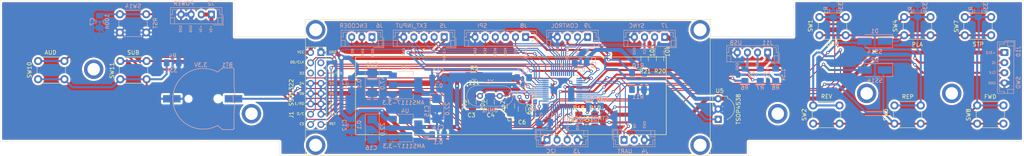
<source format=kicad_pcb>
(kicad_pcb (version 20171130) (host pcbnew 5.1.5)
  (layers (0 F.Cu signal) (31 B.Cu signal) (34 B.Paste user) (35 F.Paste user) (36 B.SilkS user) (37 F.SilkS user) (38 B.Mask user) (39 F.Mask user) (44 Edge.Cuts user))
  (net 0 "")
  (net 1 GNDD)
  (net 2 +5V)
  (net 3 "Net-(J1-Pad3)")
  (net 4 /DISP_CLK)
  (net 5 /DISP_DIN)
  (net 6 "Net-(J1-Pad6)")
  (net 7 /DISP_DC)
  (net 8 /DISP_RST)
  (net 9 /DISP_CS)
  (net 10 /VBAT)
  (net 11 /OSC_OUT)
  (net 12 /OSC_IN)
  (net 13 /OSC32_OUT)
  (net 14 /OSC32_IN)
  (net 15 /NRST)
  (net 16 +3.3VA)
  (net 17 +3V3)
  (net 18 /S1)
  (net 19 /KS1)
  (net 20 /S2)
  (net 21 /KS2)
  (net 22 /SCL)
  (net 23 /SDA)
  (net 24 /RX)
  (net 25 /TX)
  (net 26 /AD3)
  (net 27 /AD1)
  (net 28 /AD2)
  (net 29 /SYNC_SCK)
  (net 30 /SYNC_DATA)
  (net 31 /SPI_SCK)
  (net 32 /SPI_MISO)
  (net 33 /SPI_MOSI)
  (net 34 /SPI_NSS)
  (net 35 /BOOT1)
  (net 36 /REMOTE)
  (net 37 /STBY)
  (net 38 /MUTE)
  (net 39 /K1)
  (net 40 /K2)
  (net 41 /K3)
  (net 42 /K4)
  (net 43 /USB_DP)
  (net 44 /USB_DM)
  (net 45 /BOOT0)
  (net 46 /S3)
  (net 47 /ROTA)
  (net 48 /ROTB)
  (net 49 /DP)
  (net 50 /DM)
  (module h-ms1110:CR1220 (layer B.Cu) (at 69.977 115.57)
    (fp_text reference BT1 (at 5.969 -8.382) (layer B.SilkS) (effects (justify mirror)))
    (fp_text value 3.3V (at -0.5715 -8.382) (layer B.SilkS) (effects (justify mirror)))
    (pad 2 smd rect (at -7.747 0) (size 4.32 1.8) (layers B.Cu B.Paste B.Mask) (net 1 GNDD))
    (pad 1 smd rect (at 7.493 0) (size 4.32 1.8) (layers B.Cu B.Paste B.Mask) (net 10 /VBAT))
    (pad "" np_thru_hole circle (at -3.6195 0) (size 1 1) (drill 1) (layers *.Cu *.Mask))
    (pad "" np_thru_hole circle (at 3.683 0) (size 1.3 1.3) (drill 1.3) (layers *.Cu *.Mask))
  )
  (module Resistor_SMD:R_1206_3216Metric_Pad1.42x1.75mm_HandSolder (layer F.Cu) (at 166.751 120.94 270)
    (fp_text reference R19 (at -3.084 -0.0635 180) (layer F.SilkS))
    (fp_text value 10k (at 0 1.82 90) (layer F.SilkS))
    (pad 2 smd roundrect (at 1.4875 0 270) (size 1.425 1.75) (layers F.Cu F.Paste F.Mask) (roundrect_rratio 0.175439) (net 22 /SCL))
    (pad 1 smd roundrect (at -1.4875 0 270) (size 1.425 1.75) (layers F.Cu F.Paste F.Mask) (roundrect_rratio 0.175439) (net 2 +5V))
  )
  (module h-ms1110:SSD1322_3.12 (layer F.Cu) (at 147.37 112.03 180)
    (fp_text reference J1 (at 55.6 -7.5 270) (layer F.SilkS))
    (fp_text value SSD1322 (at 55.6 -2 90) (layer F.SilkS))
    (pad 16 thru_hole oval (at 50.85 -9.89) (size 1.7 1.7) (drill 1) (layers *.Cu *.Mask) (net 9 /DISP_CS))
    (pad 15 thru_hole oval (at 48.31 -9.89) (size 1.7 1.7) (drill 1) (layers *.Cu *.Mask) (net 8 /DISP_RST))
    (pad 14 thru_hole oval (at 50.85 -7.35) (size 1.7 1.7) (drill 1) (layers *.Cu *.Mask) (net 7 /DISP_DC))
    (pad 13 thru_hole oval (at 48.31 -7.35) (size 1.7 1.7) (drill 1) (layers *.Cu *.Mask) (net 1 GNDD))
    (pad 12 thru_hole oval (at 50.85 -4.81) (size 1.7 1.7) (drill 1) (layers *.Cu *.Mask) (net 1 GNDD))
    (pad 11 thru_hole oval (at 48.31 -4.81) (size 1.7 1.7) (drill 1) (layers *.Cu *.Mask) (net 1 GNDD))
    (pad 10 thru_hole oval (at 50.85 -2.27) (size 1.7 1.7) (drill 1) (layers *.Cu *.Mask) (net 1 GNDD))
    (pad 9 thru_hole oval (at 48.31 -2.27) (size 1.7 1.7) (drill 1) (layers *.Cu *.Mask) (net 1 GNDD))
    (pad 8 thru_hole oval (at 50.85 0.27) (size 1.7 1.7) (drill 1) (layers *.Cu *.Mask) (net 1 GNDD))
    (pad 7 thru_hole oval (at 48.31 0.27) (size 1.7 1.7) (drill 1) (layers *.Cu *.Mask) (net 1 GNDD))
    (pad 6 thru_hole oval (at 50.85 2.81) (size 1.7 1.7) (drill 1) (layers *.Cu *.Mask) (net 6 "Net-(J1-Pad6)"))
    (pad 5 thru_hole oval (at 48.31 2.81) (size 1.7 1.7) (drill 1) (layers *.Cu *.Mask) (net 5 /DISP_DIN))
    (pad 4 thru_hole oval (at 50.85 5.35) (size 1.7 1.7) (drill 1) (layers *.Cu *.Mask) (net 4 /DISP_CLK))
    (pad 3 thru_hole oval (at 48.31 5.35) (size 1.7 1.7) (drill 1) (layers *.Cu *.Mask) (net 3 "Net-(J1-Pad3)"))
    (pad 2 thru_hole oval (at 50.85 7.89) (size 1.7 1.7) (drill 1) (layers *.Cu *.Mask) (net 2 +5V))
    (pad 1 thru_hole rect (at 48.31 7.89) (size 1.7 1.7) (drill 1) (layers *.Cu *.Mask) (net 1 GNDD))
    (pad "" thru_hole circle (at -45.4 -15 180) (size 4.8 4.8) (drill 3.2) (layers *.Cu *.Mask))
    (pad "" thru_hole circle (at -45.4 13.5 180) (size 4.8 4.8) (drill 3.2) (layers *.Cu *.Mask))
    (pad "" thru_hole circle (at 49.6 13.5 180) (size 4.8 4.8) (drill 3.2) (layers *.Cu *.Mask))
    (pad "" thru_hole circle (at 49.6 -15 180) (size 4.8 4.8) (drill 3.2) (layers *.Cu *.Mask))
  )
  (module Capacitor_SMD:C_1206_3216Metric_Pad1.42x1.75mm_HandSolder (layer B.Cu) (at 154.258 121.412)
    (fp_text reference C19 (at 1.8885 -1.75) (layer B.SilkS) (effects (justify mirror)))
    (fp_text value 0.1 (at -1.477 -1.778) (layer B.SilkS) (effects (justify mirror)))
    (pad 1 smd roundrect (at -1.4875 0) (size 1.425 1.75) (layers B.Cu B.Paste B.Mask) (roundrect_rratio 0.175439) (net 17 +3V3))
    (pad 2 smd roundrect (at 1.4875 0) (size 1.425 1.75) (layers B.Cu B.Paste B.Mask) (roundrect_rratio 0.175439) (net 1 GNDD))
  )
  (module Resistor_SMD:R_1206_3216Metric_Pad1.42x1.75mm_HandSolder (layer F.Cu) (at 179.07 105.628 90)
    (fp_text reference R21 (at -3.1475 0.127 180) (layer F.SilkS))
    (fp_text value 10k (at 1.8055 1.8415 90) (layer F.SilkS))
    (pad 2 smd roundrect (at 1.4875 0 90) (size 1.425 1.75) (layers F.Cu F.Paste F.Mask) (roundrect_rratio 0.175439) (net 29 /SYNC_SCK))
    (pad 1 smd roundrect (at -1.4875 0 90) (size 1.425 1.75) (layers F.Cu F.Paste F.Mask) (roundrect_rratio 0.175439) (net 2 +5V))
  )
  (module Resistor_SMD:R_1206_3216Metric_Pad1.42x1.75mm_HandSolder (layer F.Cu) (at 182.88 105.628 90)
    (fp_text reference R20 (at -3.1475 0 180) (layer F.SilkS))
    (fp_text value 10k (at 1.742 1.8415 90) (layer F.SilkS))
    (pad 2 smd roundrect (at 1.4875 0 90) (size 1.425 1.75) (layers F.Cu F.Paste F.Mask) (roundrect_rratio 0.175439) (net 30 /SYNC_DATA))
    (pad 1 smd roundrect (at -1.4875 0 90) (size 1.425 1.75) (layers F.Cu F.Paste F.Mask) (roundrect_rratio 0.175439) (net 2 +5V))
  )
  (module Resistor_SMD:R_1206_3216Metric_Pad1.42x1.75mm_HandSolder (layer F.Cu) (at 162.814 120.9405 270)
    (fp_text reference R18 (at -3.0845 0 180) (layer F.SilkS))
    (fp_text value 10k (at 0 1.82 90) (layer F.SilkS))
    (pad 2 smd roundrect (at 1.4875 0 270) (size 1.425 1.75) (layers F.Cu F.Paste F.Mask) (roundrect_rratio 0.175439) (net 23 /SDA))
    (pad 1 smd roundrect (at -1.4875 0 270) (size 1.425 1.75) (layers F.Cu F.Paste F.Mask) (roundrect_rratio 0.175439) (net 2 +5V))
  )
  (module Resistor_SMD:R_1206_3216Metric_Pad1.42x1.75mm_HandSolder (layer B.Cu) (at 177.419 113.284)
    (fp_text reference R11 (at 0 1.82) (layer B.SilkS) (effects (justify mirror)))
    (fp_text value 100k)
    (pad 2 smd roundrect (at 1.4875 0) (size 1.425 1.75) (layers B.Cu B.Paste B.Mask) (roundrect_rratio 0.175439) (net 1 GNDD))
    (pad 1 smd roundrect (at -1.4875 0) (size 1.425 1.75) (layers B.Cu B.Paste B.Mask) (roundrect_rratio 0.175439) (net 45 /BOOT0))
  )
  (module Resistor_SMD:R_1206_3216Metric_Pad1.42x1.75mm_HandSolder (layer B.Cu) (at 177.4555 109.22 180)
    (fp_text reference R10 (at 0 1.82) (layer B.SilkS) (effects (justify mirror)))
    (fp_text value 100k)
    (pad 2 smd roundrect (at 1.4875 0 180) (size 1.425 1.75) (layers B.Cu B.Paste B.Mask) (roundrect_rratio 0.175439) (net 35 /BOOT1))
    (pad 1 smd roundrect (at -1.4875 0 180) (size 1.425 1.75) (layers B.Cu B.Paste B.Mask) (roundrect_rratio 0.175439) (net 17 +3V3))
  )
  (module Resistor_SMD:R_1206_3216Metric_Pad1.42x1.75mm_HandSolder (layer B.Cu) (at 211.455 109.638 270)
    (fp_text reference R8 (at 3.2015 0) (layer B.SilkS) (effects (justify mirror)))
    (fp_text value 1.5k (at 0 -1.82 270) (layer B.SilkS) (effects (justify mirror)))
    (pad 2 smd roundrect (at 1.4875 0 270) (size 1.425 1.75) (layers B.Cu B.Paste B.Mask) (roundrect_rratio 0.175439) (net 49 /DP))
    (pad 1 smd roundrect (at -1.4875 0 270) (size 1.425 1.75) (layers B.Cu B.Paste B.Mask) (roundrect_rratio 0.175439) (net 2 +5V))
  )
  (module Resistor_SMD:R_1206_3216Metric_Pad1.42x1.75mm_HandSolder (layer B.Cu) (at 207.645 109.638 270)
    (fp_text reference R7 (at 3.2015 0 180) (layer B.SilkS) (effects (justify mirror)))
    (fp_text value 22 (at 0 -1.82 90) (layer B.SilkS) (effects (justify mirror)))
    (pad 2 smd roundrect (at 1.4875 0 270) (size 1.425 1.75) (layers B.Cu B.Paste B.Mask) (roundrect_rratio 0.175439) (net 44 /USB_DM))
    (pad 1 smd roundrect (at -1.4875 0 270) (size 1.425 1.75) (layers B.Cu B.Paste B.Mask) (roundrect_rratio 0.175439) (net 50 /DM))
  )
  (module Resistor_SMD:R_1206_3216Metric_Pad1.42x1.75mm_HandSolder (layer B.Cu) (at 203.835 109.638 270)
    (fp_text reference R6 (at 3.2015 0.0635 180) (layer B.SilkS) (effects (justify mirror)))
    (fp_text value 22 (at 0 -1.82 90) (layer B.SilkS) (effects (justify mirror)))
    (pad 2 smd roundrect (at 1.4875 0 270) (size 1.425 1.75) (layers B.Cu B.Paste B.Mask) (roundrect_rratio 0.175439) (net 43 /USB_DP))
    (pad 1 smd roundrect (at -1.4875 0 270) (size 1.425 1.75) (layers B.Cu B.Paste B.Mask) (roundrect_rratio 0.175439) (net 49 /DP))
  )
  (module Resistor_SMD:R_1206_3216Metric_Pad1.42x1.75mm_HandSolder (layer F.Cu) (at 136.942 109.855)
    (fp_text reference R5 (at 0 -1.82) (layer F.SilkS))
    (fp_text value 22k (at 0 1.82) (layer F.SilkS))
    (pad 2 smd roundrect (at 1.4875 0) (size 1.425 1.75) (layers F.Cu F.Paste F.Mask) (roundrect_rratio 0.175439) (net 15 /NRST))
    (pad 1 smd roundrect (at -1.4875 0) (size 1.425 1.75) (layers F.Cu F.Paste F.Mask) (roundrect_rratio 0.175439) (net 17 +3V3))
  )
  (module Resistor_SMD:R_1206_3216Metric_Pad1.42x1.75mm_HandSolder (layer B.Cu) (at 62.4475 106.68)
    (fp_text reference R4 (at 0 -1.7145) (layer B.SilkS) (effects (justify mirror)))
    (fp_text value 33k (at -0.154 1.8415) (layer B.SilkS) (effects (justify mirror)))
    (pad 2 smd roundrect (at 1.4875 0) (size 1.425 1.75) (layers B.Cu B.Paste B.Mask) (roundrect_rratio 0.175439) (net 1 GNDD))
    (pad 1 smd roundrect (at -1.4875 0) (size 1.425 1.75) (layers B.Cu B.Paste B.Mask) (roundrect_rratio 0.175439) (net 42 /K4))
  )
  (module Resistor_SMD:R_1206_3216Metric_Pad1.42x1.75mm_HandSolder (layer B.Cu) (at 261.493 93.8895 90)
    (fp_text reference R3 (at 0.127 -1.7995 90) (layer B.SilkS) (effects (justify mirror)))
    (fp_text value 33k (at 0.8255 1.863 90) (layer B.SilkS) (effects (justify mirror)))
    (pad 2 smd roundrect (at 1.4875 0 90) (size 1.425 1.75) (layers B.Cu B.Paste B.Mask) (roundrect_rratio 0.175439) (net 1 GNDD))
    (pad 1 smd roundrect (at -1.4875 0 90) (size 1.425 1.75) (layers B.Cu B.Paste B.Mask) (roundrect_rratio 0.175439) (net 41 /K3))
  )
  (module Resistor_SMD:R_1206_3216Metric_Pad1.42x1.75mm_HandSolder (layer B.Cu) (at 246.507 93.853 90)
    (fp_text reference R2 (at 0.127 -1.7995 90) (layer B.SilkS) (effects (justify mirror)))
    (fp_text value 33k (at 0.8255 1.863 90) (layer B.SilkS) (effects (justify mirror)))
    (pad 2 smd roundrect (at 1.4875 0 90) (size 1.425 1.75) (layers B.Cu B.Paste B.Mask) (roundrect_rratio 0.175439) (net 1 GNDD))
    (pad 1 smd roundrect (at -1.4875 0 90) (size 1.425 1.75) (layers B.Cu B.Paste B.Mask) (roundrect_rratio 0.175439) (net 40 /K2))
  )
  (module Resistor_SMD:R_1206_3216Metric_Pad1.42x1.75mm_HandSolder (layer B.Cu) (at 225.679 93.853 90)
    (fp_text reference R1 (at 0.127 -1.7995 90) (layer B.SilkS) (effects (justify mirror)))
    (fp_text value 33k (at 0.8255 1.863 90) (layer B.SilkS) (effects (justify mirror)))
    (pad 2 smd roundrect (at 1.4875 0 90) (size 1.425 1.75) (layers B.Cu B.Paste B.Mask) (roundrect_rratio 0.175439) (net 1 GNDD))
    (pad 1 smd roundrect (at -1.4875 0 90) (size 1.425 1.75) (layers B.Cu B.Paste B.Mask) (roundrect_rratio 0.175439) (net 39 /K1))
  )
  (module Connector_JST:JST_EH_B4B-EH-A_1x04_P2.50mm_Vertical (layer B.Cu) (at 209.47 104.14 180)
    (fp_text reference J11 (at 0.047 2.413) (layer B.SilkS) (effects (justify mirror)))
    (fp_text value USB (at 7.8575 2.413) (layer B.SilkS) (effects (justify mirror)))
    (pad 4 thru_hole oval (at 7.5 0 180) (size 1.7 1.95) (drill 0.95) (layers *.Cu *.Mask) (net 1 GNDD))
    (pad 3 thru_hole oval (at 5 0 180) (size 1.7 1.95) (drill 0.95) (layers *.Cu *.Mask) (net 49 /DP))
    (pad 2 thru_hole oval (at 2.5 0 180) (size 1.7 1.95) (drill 0.95) (layers *.Cu *.Mask) (net 50 /DM))
    (pad 1 thru_hole roundrect (at 0 0 180) (size 1.7 1.95) (drill 0.95) (layers *.Cu *.Mask) (roundrect_rratio 0.147059) (net 2 +5V))
  )
  (module Connector_JST:JST_EH_B4B-EH-A_1x04_P2.50mm_Vertical (layer B.Cu) (at 267.97 104.14 270)
    (fp_text reference J10 (at -0.254 -3.429 90) (layer B.SilkS) (effects (justify mirror)))
    (fp_text value SWD (at 7.4295 -3.429 90) (layer B.SilkS) (effects (justify mirror)))
    (pad 4 thru_hole oval (at 7.5 0 270) (size 1.7 1.95) (drill 0.95) (layers *.Cu *.Mask) (net 1 GNDD))
    (pad 3 thru_hole oval (at 5 0 270) (size 1.7 1.95) (drill 0.95) (layers *.Cu *.Mask) (net 20 /S2))
    (pad 2 thru_hole oval (at 2.5 0 270) (size 1.7 1.95) (drill 0.95) (layers *.Cu *.Mask) (net 18 /S1))
    (pad 1 thru_hole roundrect (at 0 0 270) (size 1.7 1.95) (drill 0.95) (layers *.Cu *.Mask) (roundrect_rratio 0.147059) (net 17 +3V3))
  )
  (module Connector_JST:JST_EH_B4B-EH-A_1x04_P2.50mm_Vertical (layer B.Cu) (at 164.98 100.33 180)
    (fp_text reference J9 (at 0.007 2.8) (layer B.SilkS) (effects (justify mirror)))
    (fp_text value CONTROL (at 5.6585 2.794) (layer B.SilkS) (effects (justify mirror)))
    (pad 1 thru_hole roundrect (at 0 0 180) (size 1.7 1.95) (drill 0.95) (layers *.Cu *.Mask) (roundrect_rratio 0.147059) (net 38 /MUTE))
    (pad 2 thru_hole oval (at 2.5 0 180) (size 1.7 1.95) (drill 0.95) (layers *.Cu *.Mask) (net 37 /STBY))
    (pad 3 thru_hole oval (at 5 0 180) (size 1.7 1.95) (drill 0.95) (layers *.Cu *.Mask) (net 36 /REMOTE))
    (pad 4 thru_hole oval (at 7.5 0 180) (size 1.7 1.95) (drill 0.95) (layers *.Cu *.Mask) (net 1 GNDD))
  )
  (module Connector_JST:JST_EH_B6B-EH-A_1x06_P2.50mm_Vertical (layer B.Cu) (at 149.66 100.33 180)
    (fp_text reference J8 (at 0.4985 2.8) (layer B.SilkS) (effects (justify mirror)))
    (fp_text value SPI (at 10.722 2.794) (layer B.SilkS) (effects (justify mirror)))
    (pad 6 thru_hole oval (at 12.5 0 180) (size 1.7 1.95) (drill 0.95) (layers *.Cu *.Mask) (net 1 GNDD))
    (pad 5 thru_hole oval (at 10 0 180) (size 1.7 1.95) (drill 0.95) (layers *.Cu *.Mask) (net 31 /SPI_SCK))
    (pad 4 thru_hole oval (at 7.5 0 180) (size 1.7 1.95) (drill 0.95) (layers *.Cu *.Mask) (net 32 /SPI_MISO))
    (pad 3 thru_hole oval (at 5 0 180) (size 1.7 1.95) (drill 0.95) (layers *.Cu *.Mask) (net 33 /SPI_MOSI))
    (pad 2 thru_hole oval (at 2.5 0 180) (size 1.7 1.95) (drill 0.95) (layers *.Cu *.Mask) (net 34 /SPI_NSS))
    (pad 1 thru_hole roundrect (at 0 0 180) (size 1.7 1.95) (drill 0.95) (layers *.Cu *.Mask) (roundrect_rratio 0.147059) (net 35 /BOOT1))
  )
  (module Connector_JST:JST_EH_B4B-EH-A_1x04_P2.50mm_Vertical (layer B.Cu) (at 184.03 100.33 180)
    (fp_text reference J7 (at 0.007 2.8) (layer B.SilkS) (effects (justify mirror)))
    (fp_text value SYNC (at 6.9285 2.794) (layer B.SilkS) (effects (justify mirror)))
    (pad 4 thru_hole oval (at 7.5 0 180) (size 1.7 1.95) (drill 0.95) (layers *.Cu *.Mask) (net 1 GNDD))
    (pad 3 thru_hole oval (at 5 0 180) (size 1.7 1.95) (drill 0.95) (layers *.Cu *.Mask) (net 29 /SYNC_SCK))
    (pad 2 thru_hole oval (at 2.5 0 180) (size 1.7 1.95) (drill 0.95) (layers *.Cu *.Mask) (net 30 /SYNC_DATA))
    (pad 1 thru_hole roundrect (at 0 0 180) (size 1.7 1.95) (drill 0.95) (layers *.Cu *.Mask) (roundrect_rratio 0.147059) (net 2 +5V))
  )
  (module Connector_JST:JST_EH_B3B-EH-A_1x03_P2.50mm_Vertical (layer B.Cu) (at 111.68 100.33 180)
    (fp_text reference J6 (at -1.858 2.8) (layer B.SilkS) (effects (justify mirror)))
    (fp_text value ENCODER (at 4.5555 2.794) (layer B.SilkS) (effects (justify mirror)))
    (pad 3 thru_hole oval (at 5 0 180) (size 1.7 1.95) (drill 0.95) (layers *.Cu *.Mask) (net 47 /ROTA))
    (pad 2 thru_hole oval (at 2.5 0 180) (size 1.7 1.95) (drill 0.95) (layers *.Cu *.Mask) (net 1 GNDD))
    (pad 1 thru_hole roundrect (at 0 0 180) (size 1.7 1.95) (drill 0.95) (layers *.Cu *.Mask) (roundrect_rratio 0.147059) (net 48 /ROTB))
  )
  (module Connector_JST:JST_EH_B5B-EH-A_1x05_P2.50mm_Vertical (layer B.Cu) (at 129.54 100.33 180)
    (fp_text reference J5 (at 0.254 2.8) (layer B.SilkS) (effects (justify mirror)))
    (fp_text value EXT_INPUT (at 8.128 2.794) (layer B.SilkS) (effects (justify mirror)))
    (pad 5 thru_hole oval (at 10 0 180) (size 1.7 1.95) (drill 0.95) (layers *.Cu *.Mask) (net 1 GNDD))
    (pad 4 thru_hole oval (at 7.5 0 180) (size 1.7 1.95) (drill 0.95) (layers *.Cu *.Mask) (net 26 /AD3))
    (pad 3 thru_hole oval (at 5 0 180) (size 1.7 1.95) (drill 0.95) (layers *.Cu *.Mask) (net 27 /AD1))
    (pad 2 thru_hole oval (at 2.5 0 180) (size 1.7 1.95) (drill 0.95) (layers *.Cu *.Mask) (net 28 /AD2))
    (pad 1 thru_hole roundrect (at 0 0 180) (size 1.7 1.95) (drill 0.95) (layers *.Cu *.Mask) (roundrect_rratio 0.147059) (net 16 +3.3VA))
  )
  (module Connector_JST:JST_EH_B3B-EH-A_1x03_P2.50mm_Vertical (layer B.Cu) (at 173.99 125.73)
    (fp_text reference J4 (at 5.1435 2.794) (layer B.SilkS) (effects (justify mirror)))
    (fp_text value UART (at 0.1905 2.794) (layer B.SilkS) (effects (justify mirror)))
    (pad 3 thru_hole oval (at 5 0) (size 1.7 1.95) (drill 0.95) (layers *.Cu *.Mask) (net 1 GNDD))
    (pad 2 thru_hole oval (at 2.5 0) (size 1.7 1.95) (drill 0.95) (layers *.Cu *.Mask) (net 24 /RX))
    (pad 1 thru_hole roundrect (at 0 0) (size 1.7 1.95) (drill 0.95) (layers *.Cu *.Mask) (roundrect_rratio 0.147059) (net 25 /TX))
  )
  (module Connector_JST:JST_EH_B4B-EH-A_1x04_P2.50mm_Vertical (layer B.Cu) (at 154.94 125.73)
    (fp_text reference J3 (at 7.366 2.8) (layer B.SilkS) (effects (justify mirror)))
    (fp_text value I2C (at 1.016 2.794) (layer B.SilkS) (effects (justify mirror)))
    (pad 4 thru_hole oval (at 7.5 0) (size 1.7 1.95) (drill 0.95) (layers *.Cu *.Mask) (net 1 GNDD))
    (pad 3 thru_hole oval (at 5 0) (size 1.7 1.95) (drill 0.95) (layers *.Cu *.Mask) (net 22 /SCL))
    (pad 2 thru_hole oval (at 2.5 0) (size 1.7 1.95) (drill 0.95) (layers *.Cu *.Mask) (net 23 /SDA))
    (pad 1 thru_hole roundrect (at 0 0) (size 1.7 1.95) (drill 0.95) (layers *.Cu *.Mask) (roundrect_rratio 0.147059) (net 2 +5V))
  )
  (module Connector_JST:JST_EH_B4B-EH-A_1x04_P2.50mm_Vertical (layer B.Cu) (at 72.009 94.742 180)
    (fp_text reference J2 (at 0.127 2.7305) (layer B.SilkS) (effects (justify mirror)))
    (fp_text value POWER (at 6.858 2.7305) (layer B.SilkS) (effects (justify mirror)))
    (pad 4 thru_hole oval (at 7.5 0 180) (size 1.7 1.95) (drill 0.95) (layers *.Cu *.Mask) (net 1 GNDD))
    (pad 3 thru_hole oval (at 5 0 180) (size 1.7 1.95) (drill 0.95) (layers *.Cu *.Mask) (net 1 GNDD))
    (pad 2 thru_hole oval (at 2.5 0 180) (size 1.7 1.95) (drill 0.95) (layers *.Cu *.Mask) (net 2 +5V))
    (pad 1 thru_hole roundrect (at 0 0 180) (size 1.7 1.95) (drill 0.95) (layers *.Cu *.Mask) (roundrect_rratio 0.147059) (net 2 +5V))
  )
  (module Capacitor_SMD:C_1206_3216Metric_Pad1.42x1.75mm_HandSolder (layer B.Cu) (at 44.3865 96.52 270)
    (fp_text reference C7 (at 0 1.82 90) (layer B.SilkS) (effects (justify mirror)))
    (fp_text value 100n (at 0 -1.82 90) (layer B.SilkS) (effects (justify mirror)))
    (pad 2 smd roundrect (at 1.4875 0 270) (size 1.425 1.75) (layers B.Cu B.Paste B.Mask) (roundrect_rratio 0.175439) (net 1 GNDD))
    (pad 1 smd roundrect (at -1.4875 0 270) (size 1.425 1.75) (layers B.Cu B.Paste B.Mask) (roundrect_rratio 0.175439) (net 15 /NRST))
  )
  (module Capacitor_SMD:C_1206_3216Metric_Pad1.42x1.75mm_HandSolder (layer B.Cu) (at 166.757 117.366)
    (fp_text reference C20 (at 1.8355 -1.796) (layer B.SilkS) (effects (justify mirror)))
    (fp_text value 0.1 (at -1.403 -1.796) (layer B.SilkS) (effects (justify mirror)))
    (pad 1 smd roundrect (at -1.4875 0) (size 1.425 1.75) (layers B.Cu B.Paste B.Mask) (roundrect_rratio 0.175439) (net 17 +3V3))
    (pad 2 smd roundrect (at 1.4875 0) (size 1.425 1.75) (layers B.Cu B.Paste B.Mask) (roundrect_rratio 0.175439) (net 1 GNDD))
  )
  (module Capacitor_SMD:C_1206_3216Metric_Pad1.42x1.75mm_HandSolder (layer F.Cu) (at 136.519 116.366 90)
    (fp_text reference C3 (at -3.25 -0.25) (layer F.SilkS))
    (fp_text value 20p (at -0.75 -2 270) (layer F.SilkS))
    (pad 1 smd roundrect (at -1.4875 0 90) (size 1.425 1.75) (layers F.Cu F.Paste F.Mask) (roundrect_rratio 0.175439) (net 1 GNDD))
    (pad 2 smd roundrect (at 1.4875 0 90) (size 1.425 1.75) (layers F.Cu F.Paste F.Mask) (roundrect_rratio 0.175439) (net 11 /OSC_OUT))
  )
  (module Capacitor_SMD:C_1206_3216Metric_Pad1.42x1.75mm_HandSolder (layer F.Cu) (at 141.019 116.378 90)
    (fp_text reference C4 (at -3.238 0) (layer F.SilkS))
    (fp_text value 20p (at -0.738 -2 270) (layer F.SilkS))
    (pad 2 smd roundrect (at 1.4875 0 90) (size 1.425 1.75) (layers F.Cu F.Paste F.Mask) (roundrect_rratio 0.175439) (net 12 /OSC_IN))
    (pad 1 smd roundrect (at -1.4875 0 90) (size 1.425 1.75) (layers F.Cu F.Paste F.Mask) (roundrect_rratio 0.175439) (net 1 GNDD))
  )
  (module Crystal:Crystal_C38-LF_D3.0mm_L8.0mm_Vertical (layer B.Cu) (at 150.019 115.116 180)
    (fp_text reference Y2 (at -1.75 2.5 90) (layer B.SilkS) (effects (justify mirror)))
    (fp_text value 32768 (at -1.75 -1.25 90) (layer B.SilkS) (effects (justify mirror)))
    (pad 2 thru_hole circle (at 1.9 0 180) (size 1 1) (drill 0.5) (layers *.Cu *.Mask) (net 14 /OSC32_IN))
    (pad 1 thru_hole circle (at 0 0 180) (size 1 1) (drill 0.5) (layers *.Cu *.Mask) (net 13 /OSC32_OUT))
  )
  (module Crystal:Crystal_HC49-4H_Vertical (layer B.Cu) (at 143.269 114.866 180)
    (fp_text reference Y1 (at 2.44 3.525) (layer B.SilkS) (effects (justify mirror)))
    (fp_text value 8MHz (at 2.44 -3.525) (layer B.SilkS) (effects (justify mirror)))
    (pad 2 thru_hole circle (at 4.88 0 180) (size 1.5 1.5) (drill 0.8) (layers *.Cu *.Mask) (net 11 /OSC_OUT))
    (pad 1 thru_hole circle (at 0 0 180) (size 1.5 1.5) (drill 0.8) (layers *.Cu *.Mask) (net 12 /OSC_IN))
  )
  (module Capacitor_SMD:C_1206_3216Metric_Pad1.42x1.75mm_HandSolder (layer B.Cu) (at 149.031 110.366 180)
    (fp_text reference C17 (at 0 1.75) (layer B.SilkS) (effects (justify mirror)))
    (fp_text value 0.1 (at 0 -1.75) (layer B.SilkS) (effects (justify mirror)))
    (pad 2 smd roundrect (at 1.4875 0 180) (size 1.425 1.75) (layers B.Cu B.Paste B.Mask) (roundrect_rratio 0.175439) (net 1 GNDD))
    (pad 1 smd roundrect (at -1.4875 0 180) (size 1.425 1.75) (layers B.Cu B.Paste B.Mask) (roundrect_rratio 0.175439) (net 16 +3.3VA))
  )
  (module Capacitor_SMD:C_1206_3216Metric_Pad1.42x1.75mm_HandSolder (layer F.Cu) (at 146.019 117.378 270)
    (fp_text reference C5 (at 3.238 0 180) (layer F.SilkS))
    (fp_text value 6p2 (at 0 2 90) (layer F.SilkS))
    (pad 2 smd roundrect (at 1.4875 0 270) (size 1.425 1.75) (layers F.Cu F.Paste F.Mask) (roundrect_rratio 0.175439) (net 1 GNDD))
    (pad 1 smd roundrect (at -1.4875 0 270) (size 1.425 1.75) (layers F.Cu F.Paste F.Mask) (roundrect_rratio 0.175439) (net 13 /OSC32_OUT))
  )
  (module Capacitor_SMD:C_1206_3216Metric_Pad1.42x1.75mm_HandSolder (layer F.Cu) (at 148.769 118.104 270)
    (fp_text reference C6 (at 3.262 0) (layer F.SilkS))
    (fp_text value 6p2 (at 0.012 -1.75 270) (layer F.SilkS))
    (pad 1 smd roundrect (at -1.4875 0 270) (size 1.425 1.75) (layers F.Cu F.Paste F.Mask) (roundrect_rratio 0.175439) (net 14 /OSC32_IN))
    (pad 2 smd roundrect (at 1.4875 0 270) (size 1.425 1.75) (layers F.Cu F.Paste F.Mask) (roundrect_rratio 0.175439) (net 1 GNDD))
  )
  (module Package_QFP:LQFP-48_7x7mm_P0.5mm (layer B.Cu) (at 158.769 113.366)
    (fp_text reference U1 (at 0.25 -6 180) (layer B.SilkS) (effects (justify mirror)))
    (fp_text value STM32F103CBTx (at 5.442 7.0935 180) (layer B.SilkS) (effects (justify mirror)))
    (pad 1 smd roundrect (at -4.1625 2.75) (size 1.475 0.3) (layers B.Cu B.Paste B.Mask) (net 10 /VBAT))
    (pad 2 smd roundrect (at -4.1625 2.25) (size 1.475 0.3) (layers B.Cu B.Paste B.Mask) (net 34 /SPI_NSS))
    (pad 3 smd roundrect (at -4.1625 1.75) (size 1.475 0.3) (layers B.Cu B.Paste B.Mask) (net 14 /OSC32_IN))
    (pad 4 smd roundrect (at -4.1625 1.25) (size 1.475 0.3) (layers B.Cu B.Paste B.Mask) (net 13 /OSC32_OUT))
    (pad 5 smd roundrect (at -4.1625 0.75) (size 1.475 0.3) (layers B.Cu B.Paste B.Mask) (net 12 /OSC_IN))
    (pad 6 smd roundrect (at -4.1625 0.25) (size 1.475 0.3) (layers B.Cu B.Paste B.Mask) (net 11 /OSC_OUT))
    (pad 7 smd roundrect (at -4.1625 -0.25) (size 1.475 0.3) (layers B.Cu B.Paste B.Mask) (net 15 /NRST))
    (pad 8 smd roundrect (at -4.1625 -0.75) (size 1.475 0.3) (layers B.Cu B.Paste B.Mask) (net 1 GNDD))
    (pad 9 smd roundrect (at -4.1625 -1.25) (size 1.475 0.3) (layers B.Cu B.Paste B.Mask) (net 16 +3.3VA))
    (pad 10 smd roundrect (at -4.1625 -1.75) (size 1.475 0.3) (layers B.Cu B.Paste B.Mask) (net 47 /ROTA))
    (pad 11 smd roundrect (at -4.1625 -2.25) (size 1.475 0.3) (layers B.Cu B.Paste B.Mask) (net 48 /ROTB))
    (pad 12 smd roundrect (at -4.1625 -2.75) (size 1.475 0.3) (layers B.Cu B.Paste B.Mask) (net 26 /AD3))
    (pad 13 smd roundrect (at -2.75 -4.1625) (size 0.3 1.475) (layers B.Cu B.Paste B.Mask) (net 27 /AD1))
    (pad 14 smd roundrect (at -2.25 -4.1625) (size 0.3 1.475) (layers B.Cu B.Paste B.Mask) (net 28 /AD2))
    (pad 15 smd roundrect (at -1.75 -4.1625) (size 0.3 1.475) (layers B.Cu B.Paste B.Mask) (net 31 /SPI_SCK))
    (pad 16 smd roundrect (at -1.25 -4.1625) (size 0.3 1.475) (layers B.Cu B.Paste B.Mask) (net 32 /SPI_MISO))
    (pad 17 smd roundrect (at -0.75 -4.1625) (size 0.3 1.475) (layers B.Cu B.Paste B.Mask) (net 33 /SPI_MOSI))
    (pad 18 smd roundrect (at -0.25 -4.1625) (size 0.3 1.475) (layers B.Cu B.Paste B.Mask) (net 37 /STBY))
    (pad 19 smd roundrect (at 0.25 -4.1625) (size 0.3 1.475) (layers B.Cu B.Paste B.Mask) (net 38 /MUTE))
    (pad 20 smd roundrect (at 0.75 -4.1625) (size 0.3 1.475) (layers B.Cu B.Paste B.Mask) (net 35 /BOOT1))
    (pad 21 smd roundrect (at 1.25 -4.1625) (size 0.3 1.475) (layers B.Cu B.Paste B.Mask) (net 29 /SYNC_SCK))
    (pad 22 smd roundrect (at 1.75 -4.1625) (size 0.3 1.475) (layers B.Cu B.Paste B.Mask) (net 30 /SYNC_DATA))
    (pad 23 smd roundrect (at 2.25 -4.1625) (size 0.3 1.475) (layers B.Cu B.Paste B.Mask) (net 1 GNDD))
    (pad 24 smd roundrect (at 2.75 -4.1625) (size 0.3 1.475) (layers B.Cu B.Paste B.Mask) (net 17 +3V3))
    (pad 25 smd roundrect (at 4.1625 -2.75) (size 1.475 0.3) (layers B.Cu B.Paste B.Mask) (net 9 /DISP_CS))
    (pad 26 smd roundrect (at 4.1625 -2.25) (size 1.475 0.3) (layers B.Cu B.Paste B.Mask) (net 4 /DISP_CLK))
    (pad 27 smd roundrect (at 4.1625 -1.75) (size 1.475 0.3) (layers B.Cu B.Paste B.Mask) (net 7 /DISP_DC))
    (pad 28 smd roundrect (at 4.1625 -1.25) (size 1.475 0.3) (layers B.Cu B.Paste B.Mask) (net 5 /DISP_DIN))
    (pad 29 smd roundrect (at 4.1625 -0.75) (size 1.475 0.3) (layers B.Cu B.Paste B.Mask) (net 36 /REMOTE))
    (pad 30 smd roundrect (at 4.1625 -0.25) (size 1.475 0.3) (layers B.Cu B.Paste B.Mask) (net 25 /TX))
    (pad 31 smd roundrect (at 4.1625 0.25) (size 1.475 0.3) (layers B.Cu B.Paste B.Mask) (net 24 /RX))
    (pad 32 smd roundrect (at 4.1625 0.75) (size 1.475 0.3) (layers B.Cu B.Paste B.Mask) (net 44 /USB_DM))
    (pad 33 smd roundrect (at 4.1625 1.25) (size 1.475 0.3) (layers B.Cu B.Paste B.Mask) (net 43 /USB_DP))
    (pad 34 smd roundrect (at 4.1625 1.75) (size 1.475 0.3) (layers B.Cu B.Paste B.Mask) (net 18 /S1))
    (pad 35 smd roundrect (at 4.1625 2.25) (size 1.475 0.3) (layers B.Cu B.Paste B.Mask) (net 1 GNDD))
    (pad 36 smd roundrect (at 4.1625 2.75) (size 1.475 0.3) (layers B.Cu B.Paste B.Mask) (net 17 +3V3))
    (pad 37 smd roundrect (at 2.75 4.1625) (size 0.3 1.475) (layers B.Cu B.Paste B.Mask) (net 20 /S2))
    (pad 38 smd roundrect (at 2.25 4.1625) (size 0.3 1.475) (layers B.Cu B.Paste B.Mask) (net 8 /DISP_RST))
    (pad 39 smd roundrect (at 1.75 4.1625) (size 0.3 1.475) (layers B.Cu B.Paste B.Mask) (net 46 /S3))
    (pad 40 smd roundrect (at 1.25 4.1625) (size 0.3 1.475) (layers B.Cu B.Paste B.Mask) (net 39 /K1))
    (pad 41 smd roundrect (at 0.75 4.1625) (size 0.3 1.475) (layers B.Cu B.Paste B.Mask) (net 40 /K2))
    (pad 42 smd roundrect (at 0.25 4.1625) (size 0.3 1.475) (layers B.Cu B.Paste B.Mask) (net 41 /K3))
    (pad 43 smd roundrect (at -0.25 4.1625) (size 0.3 1.475) (layers B.Cu B.Paste B.Mask) (net 42 /K4))
    (pad 44 smd roundrect (at -0.75 4.1625) (size 0.3 1.475) (layers B.Cu B.Paste B.Mask) (net 45 /BOOT0))
    (pad 45 smd roundrect (at -1.25 4.1625) (size 0.3 1.475) (layers B.Cu B.Paste B.Mask) (net 22 /SCL))
    (pad 46 smd roundrect (at -1.75 4.1625) (size 0.3 1.475) (layers B.Cu B.Paste B.Mask) (net 23 /SDA))
    (pad 47 smd roundrect (at -2.25 4.1625) (size 0.3 1.475) (layers B.Cu B.Paste B.Mask) (net 1 GNDD))
    (pad 48 smd roundrect (at -2.75 4.1625) (size 0.3 1.475) (layers B.Cu B.Paste B.Mask) (net 17 +3V3))
  )
  (module Capacitor_SMD:C_1206_3216Metric_Pad1.42x1.75mm_HandSolder (layer B.Cu) (at 163.257 106.616 180)
    (fp_text reference C18 (at -3.24 -0.0005 270) (layer B.SilkS) (effects (justify mirror)))
    (fp_text value 0.1 (at -0.012 -1.75) (layer B.SilkS) (effects (justify mirror)))
    (pad 2 smd roundrect (at 1.4875 0 180) (size 1.425 1.75) (layers B.Cu B.Paste B.Mask) (roundrect_rratio 0.175439) (net 1 GNDD))
    (pad 1 smd roundrect (at -1.4875 0 180) (size 1.425 1.75) (layers B.Cu B.Paste B.Mask) (roundrect_rratio 0.175439) (net 17 +3V3))
  )
  (module OptoDevice:Vishay_MOLD-3Pin (layer F.Cu) (at 197.231 120.65 90)
    (fp_text reference U5 (at 7.0485 0.381 180) (layer F.SilkS))
    (fp_text value TSOP4538 (at 2.5 5 90) (layer F.SilkS))
    (pad 3 thru_hole circle (at 5.08 0 90) (size 1.8 1.8) (drill 0.9) (layers *.Cu *.Mask) (net 17 +3V3))
    (pad 2 thru_hole circle (at 2.54 0 90) (size 1.8 1.8) (drill 0.9) (layers *.Cu *.Mask) (net 1 GNDD))
    (pad 1 thru_hole roundrect (at 0 0 90) (size 1.8 1.8) (drill 0.9) (layers *.Cu *.Mask) (roundrect_rratio 0.138) (net 36 /REMOTE))
  )
  (module Package_TO_SOT_SMD:SOT-223-3_TabPin2 (layer B.Cu) (at 119.99 122.809)
    (fp_text reference U4 (at -0.102 -4.2545) (layer B.SilkS) (effects (justify mirror)))
    (fp_text value AMS1117-3.3 (at -0.4195 4.445) (layer B.SilkS) (effects (justify mirror)))
    (pad 1 smd rect (at -3.15 2.3) (size 2 1.5) (layers B.Cu B.Paste B.Mask) (net 1 GNDD))
    (pad 3 smd rect (at -3.15 -2.3) (size 2 1.5) (layers B.Cu B.Paste B.Mask) (net 2 +5V))
    (pad 2 smd rect (at -3.15 0) (size 2 1.5) (layers B.Cu B.Paste B.Mask) (net 17 +3V3))
    (pad 2 smd rect (at 3.15 0) (size 2 3.8) (layers B.Cu B.Paste B.Mask) (net 17 +3V3))
  )
  (module Package_TO_SOT_SMD:SOT-223-3_TabPin2 (layer B.Cu) (at 119.99 112.141)
    (fp_text reference U3 (at -0.0385 -4.318) (layer B.SilkS) (effects (justify mirror)))
    (fp_text value AMS1117-3.3 (at -0.5465 4.3815) (layer B.SilkS) (effects (justify mirror)))
    (pad 1 smd rect (at -3.15 2.3) (size 2 1.5) (layers B.Cu B.Paste B.Mask) (net 1 GNDD))
    (pad 3 smd rect (at -3.15 -2.3) (size 2 1.5) (layers B.Cu B.Paste B.Mask) (net 2 +5V))
    (pad 2 smd rect (at -3.15 0) (size 2 1.5) (layers B.Cu B.Paste B.Mask) (net 16 +3.3VA))
    (pad 2 smd rect (at 3.15 0) (size 2 3.8) (layers B.Cu B.Paste B.Mask) (net 16 +3.3VA))
  )
  (module Button_Switch_THT:SW_PUSH_6mm (layer B.Cu) (at 55.903 94.687 180)
    (fp_text reference SW14 (at 3.25 2) (layer B.SilkS) (effects (justify mirror)))
    (fp_text value RST (at -2.263 -2.214 90) (layer B.SilkS) (effects (justify mirror)))
    (pad 1 thru_hole circle (at 6.5 0 90) (size 2 2) (drill 1.1) (layers *.Cu *.Mask) (net 15 /NRST))
    (pad 2 thru_hole circle (at 6.5 -4.5 90) (size 2 2) (drill 1.1) (layers *.Cu *.Mask) (net 1 GNDD))
    (pad 1 thru_hole circle (at 0 0 90) (size 2 2) (drill 1.1) (layers *.Cu *.Mask) (net 15 /NRST))
    (pad 2 thru_hole circle (at 0 -4.5 90) (size 2 2) (drill 1.1) (layers *.Cu *.Mask) (net 1 GNDD))
  )
  (module Button_Switch_THT:SW_PUSH_6mm (layer F.Cu) (at 56.007 110.744 180)
    (fp_text reference SW11 (at 8.5725 2.159 90) (layer F.SilkS))
    (fp_text value SUB (at 3.302 6.604) (layer F.SilkS))
    (pad 1 thru_hole circle (at 6.5 0 270) (size 2 2) (drill 1.1) (layers *.Cu *.Mask) (net 42 /K4))
    (pad 2 thru_hole circle (at 6.5 4.5 270) (size 2 2) (drill 1.1) (layers *.Cu *.Mask) (net 21 /KS2))
    (pad 1 thru_hole circle (at 0 0 270) (size 2 2) (drill 1.1) (layers *.Cu *.Mask) (net 42 /K4))
    (pad 2 thru_hole circle (at 0 4.5 270) (size 2 2) (drill 1.1) (layers *.Cu *.Mask) (net 21 /KS2))
  )
  (module Button_Switch_THT:SW_PUSH_6mm (layer F.Cu) (at 35.687 110.744 180)
    (fp_text reference SW10 (at 8.636 2.286 90) (layer F.SilkS))
    (fp_text value AUD (at 3.429 6.604) (layer F.SilkS))
    (pad 1 thru_hole circle (at 6.5 0 270) (size 2 2) (drill 1.1) (layers *.Cu *.Mask) (net 42 /K4))
    (pad 2 thru_hole circle (at 6.5 4.5 270) (size 2 2) (drill 1.1) (layers *.Cu *.Mask) (net 19 /KS1))
    (pad 1 thru_hole circle (at 0 0 270) (size 2 2) (drill 1.1) (layers *.Cu *.Mask) (net 42 /K4))
    (pad 2 thru_hole circle (at 0 4.5 270) (size 2 2) (drill 1.1) (layers *.Cu *.Mask) (net 19 /KS1))
  )
  (module Button_Switch_THT:SW_PUSH_6mm (layer F.Cu) (at 261.239 117.221)
    (fp_text reference SW8 (at -2.159 2.286 90) (layer F.SilkS))
    (fp_text value FWD (at 3.2385 -2.159) (layer F.SilkS))
    (pad 1 thru_hole circle (at 6.5 0 90) (size 2 2) (drill 1.1) (layers *.Cu *.Mask) (net 41 /K3))
    (pad 2 thru_hole circle (at 6.5 4.5 90) (size 2 2) (drill 1.1) (layers *.Cu *.Mask) (net 21 /KS2))
    (pad 1 thru_hole circle (at 0 0 90) (size 2 2) (drill 1.1) (layers *.Cu *.Mask) (net 41 /K3))
    (pad 2 thru_hole circle (at 0 4.5 90) (size 2 2) (drill 1.1) (layers *.Cu *.Mask) (net 21 /KS2))
  )
  (module Button_Switch_THT:SW_PUSH_6mm (layer F.Cu) (at 258.191 95.377)
    (fp_text reference SW7 (at -2.0955 2.286 90) (layer F.SilkS))
    (fp_text value STP (at 3.302 6.731) (layer F.SilkS))
    (pad 1 thru_hole circle (at 6.5 0 90) (size 2 2) (drill 1.1) (layers *.Cu *.Mask) (net 41 /K3))
    (pad 2 thru_hole circle (at 6.5 4.5 90) (size 2 2) (drill 1.1) (layers *.Cu *.Mask) (net 19 /KS1))
    (pad 1 thru_hole circle (at 0 0 90) (size 2 2) (drill 1.1) (layers *.Cu *.Mask) (net 41 /K3))
    (pad 2 thru_hole circle (at 0 4.5 90) (size 2 2) (drill 1.1) (layers *.Cu *.Mask) (net 19 /KS1))
  )
  (module Button_Switch_THT:SW_PUSH_6mm (layer F.Cu) (at 240.792 117.221)
    (fp_text reference SW5 (at -2.159 2.286 90) (layer F.SilkS))
    (fp_text value REP (at 3.302 -2.159) (layer F.SilkS))
    (pad 1 thru_hole circle (at 6.5 0 90) (size 2 2) (drill 1.1) (layers *.Cu *.Mask) (net 40 /K2))
    (pad 2 thru_hole circle (at 6.5 4.5 90) (size 2 2) (drill 1.1) (layers *.Cu *.Mask) (net 21 /KS2))
    (pad 1 thru_hole circle (at 0 0 90) (size 2 2) (drill 1.1) (layers *.Cu *.Mask) (net 40 /K2))
    (pad 2 thru_hole circle (at 0 4.5 90) (size 2 2) (drill 1.1) (layers *.Cu *.Mask) (net 21 /KS2))
  )
  (module Button_Switch_THT:SW_PUSH_6mm (layer F.Cu) (at 243.205 95.377)
    (fp_text reference SW4 (at -2.2225 2.159 90) (layer F.SilkS))
    (fp_text value PLA (at 3.2385 6.7945) (layer F.SilkS))
    (pad 1 thru_hole circle (at 6.5 0 90) (size 2 2) (drill 1.1) (layers *.Cu *.Mask) (net 40 /K2))
    (pad 2 thru_hole circle (at 6.5 4.5 90) (size 2 2) (drill 1.1) (layers *.Cu *.Mask) (net 19 /KS1))
    (pad 1 thru_hole circle (at 0 0 90) (size 2 2) (drill 1.1) (layers *.Cu *.Mask) (net 40 /K2))
    (pad 2 thru_hole circle (at 0 4.5 90) (size 2 2) (drill 1.1) (layers *.Cu *.Mask) (net 19 /KS1))
  )
  (module Button_Switch_THT:SW_PUSH_6mm (layer F.Cu) (at 220.726 117.221)
    (fp_text reference SW2 (at -2.2225 2.286 90) (layer F.SilkS))
    (fp_text value REV (at 3.302 -2.2225) (layer F.SilkS))
    (pad 1 thru_hole circle (at 6.5 0 90) (size 2 2) (drill 1.1) (layers *.Cu *.Mask) (net 39 /K1))
    (pad 2 thru_hole circle (at 6.5 4.5 90) (size 2 2) (drill 1.1) (layers *.Cu *.Mask) (net 21 /KS2))
    (pad 1 thru_hole circle (at 0 0 90) (size 2 2) (drill 1.1) (layers *.Cu *.Mask) (net 39 /K1))
    (pad 2 thru_hole circle (at 0 4.5 90) (size 2 2) (drill 1.1) (layers *.Cu *.Mask) (net 21 /KS2))
  )
  (module Button_Switch_THT:SW_PUSH_6mm (layer F.Cu) (at 222.25 95.377)
    (fp_text reference SW1 (at -2.2225 2.159 90) (layer F.SilkS))
    (fp_text value OPN (at 3.302 6.731) (layer F.SilkS))
    (pad 1 thru_hole circle (at 6.5 0 90) (size 2 2) (drill 1.1) (layers *.Cu *.Mask) (net 39 /K1))
    (pad 2 thru_hole circle (at 6.5 4.5 90) (size 2 2) (drill 1.1) (layers *.Cu *.Mask) (net 19 /KS1))
    (pad 1 thru_hole circle (at 0 0 90) (size 2 2) (drill 1.1) (layers *.Cu *.Mask) (net 39 /K1))
    (pad 2 thru_hole circle (at 0 4.5 90) (size 2 2) (drill 1.1) (layers *.Cu *.Mask) (net 19 /KS1))
  )
  (module Diode_SMD:D_SMA_Handsoldering (layer B.Cu) (at 235.966 108.458 180)
    (fp_text reference D2 (at 0 2.5) (layer B.SilkS) (effects (justify mirror)))
    (fp_text value SS14 (at 0 -2.6) (layer B.SilkS) (effects (justify mirror)))
    (pad 2 smd rect (at 2.5 0 180) (size 3.5 1.8) (layers B.Cu B.Paste B.Mask) (net 20 /S2))
    (pad 1 smd rect (at -2.5 0 180) (size 3.5 1.8) (layers B.Cu B.Paste B.Mask) (net 21 /KS2))
  )
  (module Diode_SMD:D_SMA_Handsoldering (layer B.Cu) (at 235.926 101.346 180)
    (fp_text reference D1 (at 0 2.5) (layer B.SilkS) (effects (justify mirror)))
    (fp_text value SS14 (at 0 -2.6) (layer B.SilkS) (effects (justify mirror)))
    (pad 2 smd rect (at 2.5 0 180) (size 3.5 1.8) (layers B.Cu B.Paste B.Mask) (net 18 /S1))
    (pad 1 smd rect (at -2.5 0 180) (size 3.5 1.8) (layers B.Cu B.Paste B.Mask) (net 19 /KS1))
  )
  (module Capacitor_Tantalum_SMD:CP_EIA-6032-28_Kemet-C (layer B.Cu) (at 111.76 123.112 270)
    (fp_text reference C16 (at 4.5865 0.254 180) (layer B.SilkS) (effects (justify mirror)))
    (fp_text value 22.0 (at 0 -2.55 90) (layer B.SilkS) (effects (justify mirror)))
    (pad 2 smd roundrect (at 2.4625 0 270) (size 2.075 2.35) (layers B.Cu B.Paste B.Mask) (roundrect_rratio 0.120482) (net 1 GNDD))
    (pad 1 smd roundrect (at -2.4625 0 270) (size 2.075 2.35) (layers B.Cu B.Paste B.Mask) (roundrect_rratio 0.120482) (net 17 +3V3))
  )
  (module Capacitor_Tantalum_SMD:CP_EIA-6032-28_Kemet-C (layer B.Cu) (at 127.762 118.032 270)
    (fp_text reference C15 (at 0.586 2.54 90) (layer B.SilkS) (effects (justify mirror)))
    (fp_text value 22.0 (at 0 -2.55 90) (layer B.SilkS) (effects (justify mirror)))
    (pad 2 smd roundrect (at 2.4625 0 270) (size 2.075 2.35) (layers B.Cu B.Paste B.Mask) (roundrect_rratio 0.120482) (net 1 GNDD))
    (pad 1 smd roundrect (at -2.4625 0 270) (size 2.075 2.35) (layers B.Cu B.Paste B.Mask) (roundrect_rratio 0.120482) (net 16 +3.3VA))
  )
  (module Capacitor_SMD:C_1206_3216Metric_Pad1.42x1.75mm_HandSolder (layer B.Cu) (at 128.052 124.46 180)
    (fp_text reference C14 (at 0 1.82) (layer B.SilkS) (effects (justify mirror)))
    (fp_text value 0.1 (at 0 -1.82) (layer B.SilkS) (effects (justify mirror)))
    (pad 2 smd roundrect (at 1.4875 0 180) (size 1.425 1.75) (layers B.Cu B.Paste B.Mask) (roundrect_rratio 0.175439) (net 17 +3V3))
    (pad 1 smd roundrect (at -1.4875 0 180) (size 1.425 1.75) (layers B.Cu B.Paste B.Mask) (roundrect_rratio 0.175439) (net 1 GNDD))
  )
  (module Capacitor_SMD:C_1206_3216Metric_Pad1.42x1.75mm_HandSolder (layer B.Cu) (at 128.052 110.49 180)
    (fp_text reference C13 (at 0 1.82) (layer B.SilkS) (effects (justify mirror)))
    (fp_text value 0.1 (at 0 -1.82) (layer B.SilkS) (effects (justify mirror)))
    (pad 2 smd roundrect (at 1.4875 0 180) (size 1.425 1.75) (layers B.Cu B.Paste B.Mask) (roundrect_rratio 0.175439) (net 16 +3.3VA))
    (pad 1 smd roundrect (at -1.4875 0 180) (size 1.425 1.75) (layers B.Cu B.Paste B.Mask) (roundrect_rratio 0.175439) (net 1 GNDD))
  )
  (module Capacitor_SMD:C_1206_3216Metric_Pad1.42x1.75mm_HandSolder (layer B.Cu) (at 106.68 122.138 90)
    (fp_text reference C12 (at 0.0275 -1.778 90) (layer B.SilkS) (effects (justify mirror)))
    (fp_text value 0.1 (at 0.091 1.8415 90) (layer B.SilkS) (effects (justify mirror)))
    (pad 2 smd roundrect (at 1.4875 0 90) (size 1.425 1.75) (layers B.Cu B.Paste B.Mask) (roundrect_rratio 0.175439) (net 2 +5V))
    (pad 1 smd roundrect (at -1.4875 0 90) (size 1.425 1.75) (layers B.Cu B.Paste B.Mask) (roundrect_rratio 0.175439) (net 1 GNDD))
  )
  (module Capacitor_SMD:C_1206_3216Metric_Pad1.42x1.75mm_HandSolder (layer B.Cu) (at 106.68 111.978 90)
    (fp_text reference C11 (at 0.0275 -1.778 90) (layer B.SilkS) (effects (justify mirror)))
    (fp_text value 0.1 (at 0.1545 1.8415 90) (layer B.SilkS) (effects (justify mirror)))
    (pad 2 smd roundrect (at 1.4875 0 90) (size 1.425 1.75) (layers B.Cu B.Paste B.Mask) (roundrect_rratio 0.175439) (net 2 +5V))
    (pad 1 smd roundrect (at -1.4875 0 90) (size 1.425 1.75) (layers B.Cu B.Paste B.Mask) (roundrect_rratio 0.175439) (net 1 GNDD))
  )
  (module Capacitor_Tantalum_SMD:CP_EIA-6032-28_Kemet-C (layer B.Cu) (at 111.76 111.682 270)
    (fp_text reference C10 (at -4.5575 0 180) (layer B.SilkS) (effects (justify mirror)))
    (fp_text value 47.0 (at 0 -2.55 90) (layer B.SilkS) (effects (justify mirror)))
    (pad 2 smd roundrect (at 2.4625 0 270) (size 2.075 2.35) (layers B.Cu B.Paste B.Mask) (roundrect_rratio 0.120482) (net 1 GNDD))
    (pad 1 smd roundrect (at -2.4625 0 270) (size 2.075 2.35) (layers B.Cu B.Paste B.Mask) (roundrect_rratio 0.120482) (net 2 +5V))
  )
  (gr_text GND (at 64.3857 97.3161 90) (layer B.SilkS) (effects (font (size 0.6 0.6) (thickness 0.1)) (justify left mirror)))
  (gr_text GND (at 66.8857 97.3161 90) (layer B.SilkS) (effects (font (size 0.6 0.6) (thickness 0.1)) (justify left mirror)))
  (gr_text +5V (at 69.3857 97.3161 90) (layer B.SilkS) (effects (font (size 0.6 0.6) (thickness 0.1)) (justify left mirror)))
  (gr_text +5V (at 71.8857 97.3161 90) (layer B.SilkS) (effects (font (size 0.6 0.6) (thickness 0.1)) (justify left mirror)))
  (gr_text ROTA (at 106.9035 103.084 90) (layer B.SilkS) (effects (font (size 0.6 0.6) (thickness 0.1)) (justify left mirror)))
  (gr_text GND (at 109.4035 103.084 90) (layer B.SilkS) (effects (font (size 0.6 0.6) (thickness 0.1)) (justify left mirror)))
  (gr_text ROTB (at 111.9035 103.084 90) (layer B.SilkS) (effects (font (size 0.6 0.6) (thickness 0.1)) (justify left mirror)))
  (gr_text GND (at 162.4548 123.3608 270) (layer B.SilkS) (effects (font (size 0.6 0.6) (thickness 0.1)) (justify left mirror)))
  (gr_text SCL (at 159.9548 123.3608 270) (layer B.SilkS) (effects (font (size 0.6 0.6) (thickness 0.1)) (justify left mirror)))
  (gr_text SDA (at 157.4548 123.3608 270) (layer B.SilkS) (effects (font (size 0.6 0.6) (thickness 0.1)) (justify left mirror)))
  (gr_text +5V (at 154.9548 123.3608 270) (layer B.SilkS) (effects (font (size 0.6 0.6) (thickness 0.1)) (justify left mirror)))
  (gr_text GND (at 179.0061 122.9417 270) (layer B.SilkS) (effects (font (size 0.6 0.6) (thickness 0.1)) (justify left mirror)))
  (gr_text RX (at 176.5061 122.9417 270) (layer B.SilkS) (effects (font (size 0.6 0.6) (thickness 0.1)) (justify left mirror)))
  (gr_text TX (at 174.0061 122.9417 270) (layer B.SilkS) (effects (font (size 0.6 0.6) (thickness 0.1)) (justify left mirror)))
  (gr_text GND (at 119.54 102.957 90) (layer B.SilkS) (effects (font (size 0.6 0.6) (thickness 0.1)) (justify left mirror)))
  (gr_text AD3 (at 122.04 102.957 90) (layer B.SilkS) (effects (font (size 0.6 0.6) (thickness 0.1)) (justify left mirror)))
  (gr_text AD1 (at 124.54 102.957 90) (layer B.SilkS) (effects (font (size 0.6 0.6) (thickness 0.1)) (justify left mirror)))
  (gr_text AD2 (at 127.04 102.957 90) (layer B.SilkS) (effects (font (size 0.6 0.6) (thickness 0.1)) (justify left mirror)))
  (gr_text +3.3VA (at 129.54 102.957 90) (layer B.SilkS) (effects (font (size 0.6 0.6) (thickness 0.1)) (justify left mirror)))
  (gr_text GND (at 137.1695 102.8935 90) (layer B.SilkS) (effects (font (size 0.6 0.6) (thickness 0.1)) (justify left mirror)))
  (gr_text SCK (at 139.6695 102.8935 90) (layer B.SilkS) (effects (font (size 0.6 0.6) (thickness 0.1)) (justify left mirror)))
  (gr_text MISO (at 142.1695 102.8935 90) (layer B.SilkS) (effects (font (size 0.6 0.6) (thickness 0.1)) (justify left mirror)))
  (gr_text MOSI (at 144.6695 102.8935 90) (layer B.SilkS) (effects (font (size 0.6 0.6) (thickness 0.1)) (justify left mirror)))
  (gr_text NSS (at 147.1695 102.8935 90) (layer B.SilkS) (effects (font (size 0.6 0.6) (thickness 0.1)) (justify left mirror)))
  (gr_text BOOT1 (at 149.6695 102.8935 90) (layer B.SilkS) (effects (font (size 0.6 0.6) (thickness 0.1)) (justify left mirror)))
  (gr_text GND (at 157.473 102.83 90) (layer B.SilkS) (effects (font (size 0.6 0.6) (thickness 0.1)) (justify left mirror)))
  (gr_text REMOTE (at 159.973 102.83 90) (layer B.SilkS) (effects (font (size 0.6 0.6) (thickness 0.1)) (justify left mirror)))
  (gr_text STBY (at 162.473 102.83 90) (layer B.SilkS) (effects (font (size 0.6 0.6) (thickness 0.1)) (justify left mirror)))
  (gr_text MUTE (at 164.973 103.08 90) (layer B.SilkS) (effects (font (size 0.6 0.6) (thickness 0.1)) (justify left mirror)))
  (gr_text GND (at 201.9226 106.6252 90) (layer B.SilkS) (effects (font (size 0.6 0.6) (thickness 0.1)) (justify left mirror)))
  (gr_text DP (at 204.4226 106.6252 90) (layer B.SilkS) (effects (font (size 0.6 0.6) (thickness 0.1)) (justify left mirror)))
  (gr_text DM (at 206.9226 106.6252 90) (layer B.SilkS) (effects (font (size 0.6 0.6) (thickness 0.1)) (justify left mirror)))
  (gr_text +5V (at 209.4226 106.6252 90) (layer B.SilkS) (effects (font (size 0.6 0.6) (thickness 0.1)) (justify left mirror)))
  (gr_text GND (at 176.5226 102.8152 90) (layer B.SilkS) (effects (font (size 0.6 0.6) (thickness 0.1)) (justify left mirror)))
  (gr_text SCK (at 179.0226 102.8152 90) (layer B.SilkS) (effects (font (size 0.6 0.6) (thickness 0.1)) (justify left mirror)))
  (gr_text DATA (at 181.5226 102.8152 90) (layer B.SilkS) (effects (font (size 0.6 0.6) (thickness 0.1)) (justify left mirror)))
  (gr_text +5V (at 184.0226 102.8152 90) (layer B.SilkS) (effects (font (size 0.6 0.6) (thickness 0.1)) (justify left mirror)))
  (gr_text GND (at 265.8745 111.6965) (layer B.SilkS) (effects (font (size 0.6 0.6) (thickness 0.1)) (justify left mirror)))
  (gr_text CLK (at 265.8745 109.093) (layer B.SilkS) (effects (font (size 0.6 0.6) (thickness 0.1)) (justify left mirror)))
  (gr_text IO (at 265.8745 106.68) (layer B.SilkS) (effects (font (size 0.6 0.6) (thickness 0.1)) (justify left mirror)))
  (gr_text +3V3 (at 265.8745 104.2035) (layer B.SilkS) (effects (font (size 0.6 0.6) (thickness 0.1)) (justify left mirror)))
  (gr_text GND (at 101.0186 104.0198) (layer F.SilkS) (effects (font (size 0.6 0.6) (thickness 0.1)) (justify left)))
  (gr_text VCC (at 95.0186 104.0198) (layer F.SilkS) (effects (font (size 0.6 0.6) (thickness 0.1)) (justify right)))
  (gr_text D0/CLK (at 95.0186 106.5198) (layer F.SilkS) (effects (font (size 0.6 0.6) (thickness 0.1)) (justify right)))
  (gr_text D1/DIN (at 101.0186 109.2698) (layer F.SilkS) (effects (font (size 0.6 0.6) (thickness 0.1)) (justify left)))
  (gr_text D2 (at 95.0186 109.2698) (layer F.SilkS) (effects (font (size 0.6 0.6) (thickness 0.1)) (justify right)))
  (gr_text D4 (at 95.0186 111.7698) (layer F.SilkS) (effects (font (size 0.6 0.6) (thickness 0.1)) (justify right)))
  (gr_text D6 (at 95.0186 114.2698) (layer F.SilkS) (effects (font (size 0.6 0.6) (thickness 0.1)) (justify right)))
  (gr_text D3 (at 101.0186 111.7698) (layer F.SilkS) (effects (font (size 0.6 0.6) (thickness 0.1)) (justify left)))
  (gr_text D5 (at 101.0186 114.2698) (layer F.SilkS) (effects (font (size 0.6 0.6) (thickness 0.1)) (justify left)))
  (gr_text D7 (at 101.0186 116.7698) (layer F.SilkS) (effects (font (size 0.6 0.6) (thickness 0.1)) (justify left)))
  (gr_text E/RD (at 95.0186 116.7698) (layer F.SilkS) (effects (font (size 0.6 0.6) (thickness 0.1)) (justify right)))
  (gr_text D/C (at 95.0186 119.2698) (layer F.SilkS) (effects (font (size 0.6 0.6) (thickness 0.1)) (justify right)))
  (gr_text CS (at 95.0186 121.7698) (layer F.SilkS) (effects (font (size 0.6 0.6) (thickness 0.1)) (justify right)))
  (gr_text R/W (at 101.0186 119.2698) (layer F.SilkS) (effects (font (size 0.6 0.6) (thickness 0.1)) (justify left)))
  (gr_text RST (at 101.0186 121.7698) (layer F.SilkS) (effects (font (size 0.6 0.6) (thickness 0.1)) (justify left)))
  (gr_line (start 195.453 100.203) (end 215.799 100.204) (layer Edge.Cuts) (width 0.05))
  (gr_line (start 195.453 95.885) (end 195.453 100.203) (layer Edge.Cuts) (width 0.05))
  (gr_line (start 95.123 95.885) (end 195.453 95.885) (layer Edge.Cuts) (width 0.05))
  (gr_line (start 95.123 100.203) (end 95.123 95.885) (layer Edge.Cuts) (width 0.05))
  (gr_line (start 19.799 91.204) (end 19.799 126.204) (layer Edge.Cuts) (width 0.05))
  (gr_line (start 272.799 126.204) (end 272.799 91.204) (layer Edge.Cuts) (width 0.05))
  (gr_line (start 272.799 126.204) (end 204.799 126.204) (layer Edge.Cuts) (width 0.05))
  (gr_line (start 204.799 126.204) (end 204.799 129.667) (layer Edge.Cuts) (width 0.05))
  (gr_line (start 204.799 129.667) (end 88.799 129.667) (layer Edge.Cuts) (width 0.05))
  (gr_line (start 88.799 129.667) (end 88.799 126.204) (layer Edge.Cuts) (width 0.05))
  (gr_line (start 88.799 126.204) (end 19.799 126.204) (layer Edge.Cuts) (width 0.05))
  (gr_line (start 19.799 91.204) (end 77.799 91.204) (layer Edge.Cuts) (width 0.05))
  (gr_line (start 77.799 91.204) (end 77.799 100.204) (layer Edge.Cuts) (width 0.05))
  (gr_line (start 77.799 100.204) (end 95.123 100.204) (layer Edge.Cuts) (width 0.05))
  (gr_line (start 215.799 100.204) (end 215.799 91.204) (layer Edge.Cuts) (width 0.05))
  (gr_line (start 215.799 91.204) (end 272.799 91.204) (layer Edge.Cuts) (width 0.05))
  (via (at 42.9282 108.2734) (size 4.8) (drill 3.1) (layers F.Cu B.Cu) (net 0))
  (via (at 81.915 119.253) (size 4.8) (drill 3.1) (layers F.Cu B.Cu) (net 0))
  (via (at 211.963 119.253) (size 4.8) (drill 3.1) (layers F.Cu B.Cu) (net 0))
  (via (at 233.934 114.2365) (size 4.8) (drill 3.1) (layers F.Cu B.Cu) (net 0))
  (via (at 254.9525 114.2365) (size 4.8) (drill 3.1) (layers F.Cu B.Cu) (net 0))
  (segment (start 107.0195 113.805) (end 106.68 113.466) (width 1) (layer B.Cu) (net 1))
  (segment (start 111.908 114.2925) (end 111.76 114.144) (width 1) (layer B.Cu) (net 1))
  (segment (start 111.76 114.144) (end 107.359 114.144) (width 1) (layer B.Cu) (net 1))
  (segment (start 107.359 114.144) (end 107.0195 113.805) (width 1) (layer B.Cu) (net 1))
  (segment (start 107.0195 113.805) (end 106.68 113.4655) (width 0.25) (layer B.Cu) (net 1))
  (segment (start 106.6795 123.626) (end 106.68 123.6255) (width 0.25) (layer B.Cu) (net 1))
  (segment (start 106.6795 123.626) (end 65.2055 123.626) (width 1) (layer B.Cu) (net 1))
  (segment (start 65.2055 123.626) (end 62.23 120.65) (width 1) (layer B.Cu) (net 1))
  (segment (start 62.23 120.65) (end 62.23 115.57) (width 1) (layer B.Cu) (net 1))
  (segment (start 111.993 125.3415) (end 111.76 125.574) (width 1) (layer B.Cu) (net 1))
  (segment (start 111.76 125.574) (end 109.811 123.626) (width 1) (layer B.Cu) (net 1))
  (segment (start 109.811 123.626) (end 106.6795 123.626) (width 1) (layer B.Cu) (net 1))
  (segment (start 155.746 120.797) (end 155.7455 120.7975) (width 0.25) (layer B.Cu) (net 1))
  (segment (start 155.7455 120.7975) (end 155.7455 121.412) (width 0.25) (layer B.Cu) (net 1))
  (segment (start 155.746 120.797) (end 155.746 121.496) (width 0.25) (layer B.Cu) (net 1))
  (segment (start 156.519 117.5285) (end 156.519 119.325) (width 0.25) (layer B.Cu) (net 1))
  (segment (start 156.519 119.325) (end 155.746 120.098) (width 0.25) (layer B.Cu) (net 1))
  (segment (start 155.746 120.098) (end 155.746 120.797) (width 0.25) (layer B.Cu) (net 1))
  (segment (start 179.07 128.27) (end 178.99 128.19) (width 1) (layer B.Cu) (net 1))
  (segment (start 178.99 128.19) (end 178.99 125.73) (width 1) (layer B.Cu) (net 1))
  (segment (start 129.54 124.319) (end 129.5395 124.3195) (width 0.25) (layer B.Cu) (net 1))
  (segment (start 129.5395 124.3195) (end 129.5395 124.46) (width 0.25) (layer B.Cu) (net 1))
  (segment (start 129.54 124.319) (end 129.54 122.272) (width 1) (layer B.Cu) (net 1))
  (segment (start 129.54 122.272) (end 128.651 121.383) (width 1) (layer B.Cu) (net 1))
  (segment (start 128.905 127) (end 129.54 126.366) (width 1) (layer B.Cu) (net 1))
  (segment (start 129.54 126.366) (end 129.54 124.319) (width 1) (layer B.Cu) (net 1))
  (segment (start 129.54 110.49) (end 129.5395 110.49) (width 0.25) (layer B.Cu) (net 1))
  (segment (start 129.54 110.49) (end 130.252 110.49) (width 1) (layer B.Cu) (net 1))
  (segment (start 130.252 110.49) (end 131.064 111.302) (width 1) (layer B.Cu) (net 1))
  (segment (start 116.84 125.109) (end 112.226 125.109) (width 1) (layer B.Cu) (net 1))
  (segment (start 112.226 125.109) (end 111.993 125.3415) (width 1) (layer B.Cu) (net 1))
  (segment (start 111.993 125.3415) (end 111.76 125.5745) (width 0.25) (layer B.Cu) (net 1))
  (segment (start 128.651 121.383) (end 128.6505 121.383) (width 0.25) (layer B.Cu) (net 1))
  (segment (start 128.6505 121.383) (end 127.762 120.4945) (width 0.25) (layer B.Cu) (net 1))
  (segment (start 128.651 121.383) (end 127.762 120.494) (width 1) (layer B.Cu) (net 1))
  (segment (start 116.84 114.441) (end 112.056 114.441) (width 1) (layer B.Cu) (net 1))
  (segment (start 112.056 114.441) (end 111.908 114.2925) (width 1) (layer B.Cu) (net 1))
  (segment (start 111.908 114.2925) (end 111.76 114.1445) (width 0.25) (layer B.Cu) (net 1))
  (segment (start 161.7695 106.616) (end 161.77 106.616) (width 0.25) (layer B.Cu) (net 1))
  (segment (start 99.06 116.84) (end 99.06 114.3) (width 0.5) (layer B.Cu) (net 1))
  (segment (start 99.06 119.38) (end 99.06 116.84) (width 0.5) (layer B.Cu) (net 1))
  (segment (start 154.6065 112.616) (end 154.606 112.616) (width 0.25) (layer B.Cu) (net 1))
  (segment (start 96.52 114.3) (end 96.52 111.76) (width 0.5) (layer B.Cu) (net 1))
  (segment (start 96.52 116.84) (end 96.52 114.3) (width 0.5) (layer B.Cu) (net 1))
  (segment (start 99.06 114.3) (end 99.06 111.76) (width 0.5) (layer B.Cu) (net 1))
  (segment (start 137.16 97.155) (end 157.455 97.155) (width 1) (layer B.Cu) (net 1))
  (segment (start 147.5435 110.366) (end 146.831 110.366) (width 1) (layer B.Cu) (net 1))
  (segment (start 146.831 110.366) (end 146.828 110.363) (width 1) (layer B.Cu) (net 1))
  (segment (start 146.828 110.363) (end 132.003 110.363) (width 1) (layer B.Cu) (net 1))
  (segment (start 132.003 110.363) (end 131.064 111.302) (width 1) (layer B.Cu) (net 1))
  (segment (start 147.544 110.366) (end 147.5435 110.366) (width 1) (layer B.Cu) (net 1))
  (segment (start 155.746 121.496) (end 155.746 121.61) (width 0.25) (layer B.Cu) (net 1))
  (segment (start 151.765 128.27) (end 130.175 128.27) (width 1) (layer B.Cu) (net 1))
  (segment (start 130.175 128.27) (end 128.905 127) (width 1) (layer B.Cu) (net 1))
  (segment (start 161.925 128.27) (end 151.765 128.27) (width 1) (layer B.Cu) (net 1))
  (segment (start 63.935 104.575) (end 63.935 106.68) (width 1) (layer B.Cu) (net 1))
  (segment (start 63.935 103.705) (end 63.935 104.575) (width 1) (layer B.Cu) (net 1))
  (segment (start 202.184 102.235) (end 217.551 102.235) (width 1) (layer B.Cu) (net 1))
  (segment (start 217.551 102.235) (end 218.567 101.219) (width 1) (layer B.Cu) (net 1))
  (segment (start 218.567 101.219) (end 218.567 93.98) (width 1) (layer B.Cu) (net 1))
  (segment (start 218.567 93.98) (end 220.182 92.3655) (width 1) (layer B.Cu) (net 1))
  (segment (start 220.182 92.3655) (end 225.679 92.3655) (width 1) (layer B.Cu) (net 1))
  (segment (start 176.53 97.2058) (end 188.011 97.2058) (width 1) (layer B.Cu) (net 1))
  (segment (start 188.011 97.2058) (end 188.011 99.3648) (width 1) (layer B.Cu) (net 1))
  (segment (start 188.011 99.3648) (end 190.881 102.235) (width 1) (layer B.Cu) (net 1))
  (segment (start 190.881 102.235) (end 202.184 102.235) (width 1) (layer B.Cu) (net 1))
  (segment (start 67.009 100.664) (end 68.58 102.235) (width 1) (layer B.Cu) (net 1))
  (segment (start 68.58 102.235) (end 93.345 102.235) (width 1) (layer B.Cu) (net 1))
  (segment (start 67.009 94.742) (end 67.009 100.664) (width 1) (layer B.Cu) (net 1))
  (segment (start 93.345 102.235) (end 99.06 102.235) (width 1) (layer B.Cu) (net 1))
  (segment (start 162.44 128.27) (end 179.07 128.27) (width 1) (layer B.Cu) (net 1))
  (segment (start 161.925 128.27) (end 162.44 128.27) (width 1) (layer B.Cu) (net 1))
  (segment (start 271.145 111.64) (end 271.145 111.125) (width 1) (layer B.Cu) (net 1))
  (segment (start 199.39 125.095) (end 269.875 125.095) (width 1) (layer B.Cu) (net 1))
  (segment (start 269.875 125.095) (end 271.145 123.825) (width 1) (layer B.Cu) (net 1))
  (segment (start 271.145 123.825) (end 271.145 111.64) (width 1) (layer B.Cu) (net 1))
  (segment (start 179.07 128.27) (end 187.325 128.27) (width 1) (layer B.Cu) (net 1))
  (segment (start 187.325 128.27) (end 188.595 127) (width 1) (layer B.Cu) (net 1))
  (segment (start 188.595 127) (end 188.595 125.095) (width 1) (layer B.Cu) (net 1))
  (segment (start 188.595 125.095) (end 190.5 123.19) (width 1) (layer B.Cu) (net 1))
  (segment (start 190.5 123.19) (end 194.945 123.19) (width 1) (layer B.Cu) (net 1))
  (segment (start 194.945 123.19) (end 196.85 125.095) (width 1) (layer B.Cu) (net 1))
  (segment (start 196.85 125.095) (end 199.39 125.095) (width 1) (layer B.Cu) (net 1))
  (segment (start 109.18 100.33) (end 109.18 97.195) (width 1) (layer F.Cu) (net 1))
  (segment (start 109.18 97.195) (end 185.46 97.195) (width 1) (layer F.Cu) (net 1))
  (segment (start 185.46 97.195) (end 190.5 102.235) (width 1) (layer F.Cu) (net 1))
  (segment (start 190.5 102.235) (end 217.17 102.235) (width 1) (layer F.Cu) (net 1))
  (segment (start 217.17 102.235) (end 218.44 100.965) (width 1) (layer F.Cu) (net 1))
  (segment (start 218.44 100.965) (end 218.44 93.98) (width 1) (layer F.Cu) (net 1))
  (segment (start 218.44 93.98) (end 219.71 92.71) (width 1) (layer F.Cu) (net 1))
  (segment (start 219.71 92.71) (end 269.875 92.71) (width 1) (layer F.Cu) (net 1))
  (segment (start 162.56 128.27) (end 187.325 128.27) (width 1) (layer F.Cu) (net 1))
  (segment (start 187.325 128.27) (end 188.595 127) (width 1) (layer F.Cu) (net 1))
  (segment (start 188.595 127) (end 188.595 125.095) (width 1) (layer F.Cu) (net 1))
  (segment (start 188.595 125.095) (end 190.5 123.19) (width 1) (layer F.Cu) (net 1))
  (segment (start 190.5 123.19) (end 194.945 123.19) (width 1) (layer F.Cu) (net 1))
  (segment (start 194.945 123.19) (end 196.85 125.095) (width 1) (layer F.Cu) (net 1))
  (segment (start 196.85 125.095) (end 269.875 125.095) (width 1) (layer F.Cu) (net 1))
  (segment (start 269.875 125.095) (end 271.145 123.825) (width 1) (layer F.Cu) (net 1))
  (segment (start 271.145 123.825) (end 271.145 112.84) (width 1) (layer F.Cu) (net 1))
  (segment (start 271.145 112.84) (end 269.945 111.64) (width 1) (layer F.Cu) (net 1))
  (segment (start 269.945 111.64) (end 267.97 111.64) (width 1) (layer F.Cu) (net 1))
  (segment (start 197.231 118.11) (end 198.504 118.11) (width 1) (layer B.Cu) (net 1))
  (segment (start 198.504 118.11) (end 199.774 119.38) (width 1) (layer B.Cu) (net 1))
  (segment (start 199.774 119.38) (end 199.774 124.711) (width 1) (layer B.Cu) (net 1))
  (segment (start 199.774 124.711) (end 199.39 125.095) (width 1) (layer B.Cu) (net 1))
  (segment (start 271.145 111.125) (end 271.145 111.64) (width 1) (layer B.Cu) (net 1))
  (segment (start 271.145 111.64) (end 267.97 111.64) (width 1) (layer B.Cu) (net 1))
  (segment (start 261.493 92.402) (end 270.202 92.402) (width 1) (layer B.Cu) (net 1))
  (segment (start 270.202 92.402) (end 271.145 93.345) (width 1) (layer B.Cu) (net 1))
  (segment (start 271.145 93.345) (end 271.145 111.125) (width 1) (layer B.Cu) (net 1))
  (segment (start 162.44 125.73) (end 162.44 128.27) (width 1) (layer B.Cu) (net 1))
  (segment (start 162.44 128.27) (end 161.925 128.27) (width 1) (layer B.Cu) (net 1))
  (segment (start 96.52 111.76) (end 93.98 111.76) (width 1) (layer B.Cu) (net 1))
  (segment (start 93.98 111.76) (end 93.345 111.125) (width 1) (layer B.Cu) (net 1))
  (segment (start 93.345 111.125) (end 93.345 102.235) (width 1) (layer B.Cu) (net 1))
  (segment (start 201.97 104.14) (end 201.97 102.449) (width 1) (layer B.Cu) (net 1))
  (segment (start 201.97 102.449) (end 202.184 102.235) (width 1) (layer B.Cu) (net 1))
  (segment (start 55.903 99.187) (end 59.417 99.187) (width 0.5) (layer B.Cu) (net 1))
  (segment (start 59.417 99.187) (end 63.935 103.705) (width 0.5) (layer B.Cu) (net 1))
  (segment (start 67.009 100.664) (end 66.976 100.664) (width 1) (layer B.Cu) (net 1))
  (segment (start 66.976 100.664) (end 63.935 103.705) (width 1) (layer B.Cu) (net 1))
  (segment (start 62.23 115.57) (end 62.23 112.395) (width 1) (layer B.Cu) (net 1))
  (segment (start 62.23 112.395) (end 63.935 110.69) (width 1) (layer B.Cu) (net 1))
  (segment (start 63.935 110.69) (end 63.935 106.68) (width 1) (layer B.Cu) (net 1))
  (segment (start 63.935 104.575) (end 63.935 106.68) (width 0.5) (layer B.Cu) (net 1))
  (segment (start 127.762 120.494) (end 127.762 120.269) (width 1) (layer B.Cu) (net 1))
  (segment (start 127.762 120.269) (end 124.968 117.475) (width 1) (layer B.Cu) (net 1))
  (segment (start 124.968 117.475) (end 118.124 117.475) (width 1) (layer B.Cu) (net 1))
  (segment (start 118.124 117.475) (end 116.84 116.191) (width 1) (layer B.Cu) (net 1))
  (segment (start 116.84 116.191) (end 116.84 114.441) (width 1) (layer B.Cu) (net 1))
  (segment (start 131.064 111.302) (end 131.064 117.602) (width 1) (layer B.Cu) (net 1))
  (segment (start 131.064 117.602) (end 128.172 120.494) (width 1) (layer B.Cu) (net 1))
  (segment (start 128.172 120.494) (end 127.762 120.494) (width 1) (layer B.Cu) (net 1))
  (segment (start 246.507 92.3655) (end 225.679 92.3655) (width 1) (layer B.Cu) (net 1))
  (segment (start 261.493 92.402) (end 246.544 92.402) (width 1) (layer B.Cu) (net 1))
  (segment (start 246.544 92.402) (end 246.507 92.3655) (width 1) (layer B.Cu) (net 1))
  (segment (start 55.903 99.187) (end 49.403 99.187) (width 0.5) (layer B.Cu) (net 1))
  (segment (start 157.455 97.155) (end 176.581 97.155) (width 1) (layer B.Cu) (net 1))
  (segment (start 176.581 97.155) (end 176.53 97.2058) (width 1) (layer B.Cu) (net 1))
  (segment (start 176.53 97.2058) (end 176.53 100.33) (width 1) (layer B.Cu) (net 1))
  (segment (start 157.455 97.155) (end 157.48 97.1804) (width 1) (layer B.Cu) (net 1))
  (segment (start 157.48 97.1804) (end 157.48 100.33) (width 1) (layer B.Cu) (net 1))
  (segment (start 119.558 97.155) (end 137.16 97.155) (width 1) (layer B.Cu) (net 1))
  (segment (start 137.16 97.155) (end 137.16 100.33) (width 1) (layer B.Cu) (net 1))
  (segment (start 109.093 97.155) (end 119.558 97.155) (width 1) (layer B.Cu) (net 1))
  (segment (start 119.54 100.33) (end 119.54 98.355) (width 1) (layer B.Cu) (net 1))
  (segment (start 119.54 98.355) (end 119.558 98.3372) (width 1) (layer B.Cu) (net 1))
  (segment (start 119.558 98.3372) (end 119.558 97.155) (width 1) (layer B.Cu) (net 1))
  (segment (start 99.06 102.235) (end 104.14 97.155) (width 1) (layer B.Cu) (net 1))
  (segment (start 104.14 97.155) (end 109.093 97.155) (width 1) (layer B.Cu) (net 1))
  (segment (start 109.18 100.33) (end 109.18 97.242) (width 1) (layer B.Cu) (net 1))
  (segment (start 109.18 97.242) (end 109.093 97.155) (width 1) (layer B.Cu) (net 1))
  (segment (start 99.06 102.235) (end 99.06 104.14) (width 1) (layer B.Cu) (net 1))
  (segment (start 64.509 94.742) (end 67.009 94.742) (width 1) (layer B.Cu) (net 1))
  (segment (start 116.84 125.109) (end 118.84 125.109) (width 1) (layer B.Cu) (net 1))
  (segment (start 118.84 125.109) (end 120.731 127) (width 1) (layer B.Cu) (net 1))
  (segment (start 120.731 127) (end 128.905 127) (width 1) (layer B.Cu) (net 1))
  (segment (start 96.52 116.84) (end 99.06 116.84) (width 0.5) (layer F.Cu) (net 1))
  (segment (start 96.52 114.3) (end 99.06 114.3) (width 0.5) (layer F.Cu) (net 1))
  (segment (start 96.52 111.76) (end 99.06 111.76) (width 0.5) (layer F.Cu) (net 1))
  (segment (start 161.019 109.2035) (end 161.019 107.586) (width 0.25) (layer B.Cu) (net 1))
  (segment (start 161.019 107.586) (end 161.77 106.836) (width 0.25) (layer B.Cu) (net 1))
  (segment (start 161.77 106.836) (end 161.77 106.616) (width 0.25) (layer B.Cu) (net 1))
  (segment (start 134.77 117.37) (end 135.258 117.858) (width 0.25) (layer B.Cu) (net 1))
  (segment (start 135.258 117.858) (end 143.758 117.858) (width 0.25) (layer B.Cu) (net 1))
  (segment (start 143.758 117.858) (end 145.77 119.87) (width 0.25) (layer B.Cu) (net 1))
  (segment (start 145.77 119.87) (end 154.02 119.87) (width 0.25) (layer B.Cu) (net 1))
  (segment (start 154.02 119.87) (end 155.02 118.87) (width 0.25) (layer B.Cu) (net 1))
  (segment (start 155.02 118.87) (end 155.02 117.13) (width 0.25) (layer B.Cu) (net 1))
  (segment (start 155.02 117.13) (end 155.78 116.37) (width 0.25) (layer B.Cu) (net 1))
  (segment (start 155.78 116.37) (end 156.27 116.37) (width 0.25) (layer B.Cu) (net 1))
  (segment (start 135.257 117.854) (end 134.769 117.366) (width 0.25) (layer F.Cu) (net 1))
  (segment (start 134.769 117.366) (end 134.769 112.616) (width 0.25) (layer F.Cu) (net 1))
  (segment (start 134.769 112.616) (end 135.519 111.866) (width 0.25) (layer F.Cu) (net 1))
  (segment (start 135.519 111.866) (end 147.99 111.866) (width 0.25) (layer F.Cu) (net 1))
  (segment (start 147.99 111.866) (end 150.99 114.866) (width 0.25) (layer F.Cu) (net 1))
  (segment (start 150.99 114.866) (end 150.99 119.087) (width 0.25) (layer F.Cu) (net 1))
  (segment (start 150.99 119.087) (end 150.486 119.591) (width 0.25) (layer F.Cu) (net 1))
  (segment (start 150.486 119.591) (end 147.794 119.591) (width 0.25) (layer F.Cu) (net 1))
  (segment (start 147.794 119.591) (end 147.069 118.866) (width 0.25) (layer F.Cu) (net 1))
  (segment (start 147.069 118.866) (end 144.769 118.866) (width 0.25) (layer F.Cu) (net 1))
  (segment (start 144.769 118.866) (end 143.769 117.866) (width 0.25) (layer F.Cu) (net 1))
  (segment (start 143.769 117.866) (end 141.019 117.866) (width 0.25) (layer F.Cu) (net 1))
  (segment (start 141.019 117.866) (end 141.007 117.854) (width 0.25) (layer F.Cu) (net 1))
  (segment (start 141.007 117.854) (end 135.257 117.854) (width 0.25) (layer F.Cu) (net 1))
  (segment (start 147.672 110.366) (end 147.544 110.366) (width 0.25) (layer B.Cu) (net 1))
  (via (at 135.269 112.366) (size 0.8) (layers F.Cu B.Cu) (net 1))
  (via (at 146.269 112.616) (size 0.8) (layers F.Cu B.Cu) (net 1))
  (via (at 144.519 117.866) (size 0.8) (layers F.Cu B.Cu) (net 1))
  (segment (start 168.244 117.366) (end 166.494 115.616) (width 0.25) (layer B.Cu) (net 1))
  (segment (start 166.494 115.616) (end 162.9315 115.616) (width 0.25) (layer B.Cu) (net 1))
  (segment (start 168.2445 117.366) (end 168.244 117.366) (width 0.25) (layer B.Cu) (net 1))
  (segment (start 159.639 111.563002) (end 159.639 111.506) (width 0.25) (layer B.Cu) (net 1))
  (segment (start 161.417 113.341002) (end 159.639 111.563002) (width 0.25) (layer B.Cu) (net 1))
  (segment (start 161.417 115.246002) (end 161.417 113.341002) (width 0.25) (layer B.Cu) (net 1))
  (segment (start 162.9315 115.616) (end 161.786998 115.616) (width 0.25) (layer B.Cu) (net 1))
  (segment (start 161.786998 115.616) (end 161.417 115.246002) (width 0.25) (layer B.Cu) (net 1))
  (segment (start 161.019 109.941) (end 161.019 109.2035) (width 0.25) (layer B.Cu) (net 1))
  (segment (start 160.99401 109.941) (end 161.019 109.941) (width 0.25) (layer B.Cu) (net 1))
  (segment (start 160.99401 110.031692) (end 160.99401 109.941) (width 0.25) (layer B.Cu) (net 1))
  (segment (start 159.639 111.506) (end 159.639 111.386702) (width 0.25) (layer B.Cu) (net 1))
  (segment (start 159.639 111.386702) (end 160.99401 110.031692) (width 0.25) (layer B.Cu) (net 1))
  (segment (start 154.607 112.616) (end 154.6065 112.616) (width 0.25) (layer B.Cu) (net 1))
  (segment (start 154.607 112.616) (end 154.6065 112.616) (width 0.25) (layer B.Cu) (net 1))
  (segment (start 155.444 112.616) (end 154.607 112.616) (width 0.25) (layer B.Cu) (net 1))
  (segment (start 155.985 113.157) (end 155.444 112.616) (width 0.25) (layer B.Cu) (net 1))
  (segment (start 157.226 113.157) (end 155.985 113.157) (width 0.25) (layer B.Cu) (net 1))
  (segment (start 151.765 125.776071) (end 151.765 128.27) (width 1) (layer B.Cu) (net 1))
  (segment (start 155.746 121.496) (end 155.746 121.795071) (width 1) (layer B.Cu) (net 1))
  (segment (start 155.746 121.795071) (end 151.765 125.776071) (width 1) (layer B.Cu) (net 1))
  (segment (start 162.44 128.15) (end 162.56 128.27) (width 1) (layer F.Cu) (net 1))
  (segment (start 162.44 125.73) (end 162.44 128.15) (width 1) (layer F.Cu) (net 1))
  (segment (start 178.943 125.683) (end 178.99 125.73) (width 1) (layer B.Cu) (net 1))
  (segment (start 178.943 113.284) (end 178.943 125.683) (width 1) (layer B.Cu) (net 1))
  (segment (start 156.519 117.5285) (end 156.519 116.616) (width 0.25) (layer B.Cu) (net 1))
  (segment (start 157.320002 113.156992) (end 158.970994 111.506) (width 0.25) (layer B.Cu) (net 1))
  (segment (start 156.519 116.616) (end 157.320002 115.814998) (width 0.25) (layer B.Cu) (net 1))
  (segment (start 158.970994 111.506) (end 159.639 111.506) (width 0.25) (layer B.Cu) (net 1))
  (segment (start 157.320002 115.814998) (end 157.320002 113.156992) (width 0.25) (layer B.Cu) (net 1))
  (segment (start 134.769 112.616) (end 134.769 117.366) (width 0.25) (layer B.Cu) (net 1))
  (segment (start 135.519 111.866) (end 134.769 112.616) (width 0.25) (layer B.Cu) (net 1))
  (segment (start 151.535 112.616) (end 150.785 111.866) (width 0.25) (layer B.Cu) (net 1))
  (segment (start 154.6065 112.616) (end 151.535 112.616) (width 0.25) (layer B.Cu) (net 1))
  (segment (start 150.785 111.866) (end 135.519 111.866) (width 0.25) (layer B.Cu) (net 1))
  (segment (start 45.566 99.187) (end 44.3865 98.0075) (width 0.5) (layer B.Cu) (net 1))
  (segment (start 49.403 99.187) (end 45.566 99.187) (width 0.5) (layer B.Cu) (net 1))
  (segment (start 179.0455 107.0915) (end 179.046 107.0915) (width 0.25) (layer F.Cu) (net 2))
  (segment (start 179.046 107.0915) (end 179.07 107.1155) (width 0.25) (layer F.Cu) (net 2))
  (segment (start 179.0455 107.0915) (end 179.07 107.116) (width 0.25) (layer F.Cu) (net 2))
  (segment (start 179.021 107.067) (end 179.0455 107.0915) (width 0.25) (layer F.Cu) (net 2))
  (segment (start 106.68 120.65) (end 106.68 120.6505) (width 0.25) (layer B.Cu) (net 2))
  (segment (start 107.3155 109.855) (end 106.68 110.49) (width 1) (layer B.Cu) (net 2))
  (segment (start 107.951 109.22) (end 107.3155 109.855) (width 1) (layer B.Cu) (net 2))
  (segment (start 107.3155 109.855) (end 106.68 110.4905) (width 0.25) (layer B.Cu) (net 2))
  (segment (start 162.4325 119.453) (end 162.433 119.4525) (width 0.25) (layer F.Cu) (net 2))
  (segment (start 111.7605 109.22) (end 111.76 109.2195) (width 0.25) (layer B.Cu) (net 2))
  (segment (start 111.7605 109.22) (end 116.218 109.22) (width 1) (layer B.Cu) (net 2))
  (segment (start 116.218 109.22) (end 116.84 109.841) (width 1) (layer B.Cu) (net 2))
  (segment (start 107.951 109.22) (end 111.7605 109.22) (width 1) (layer B.Cu) (net 2))
  (segment (start 182.88 107.116) (end 179.07 107.116) (width 1) (layer F.Cu) (net 2))
  (segment (start 186.89 107.116) (end 182.88 107.116) (width 1) (layer F.Cu) (net 2))
  (segment (start 182.88 107.1155) (end 182.88 107.116) (width 0.25) (layer F.Cu) (net 2))
  (segment (start 211.455 108.15) (end 211.455 108.1505) (width 0.25) (layer B.Cu) (net 2))
  (segment (start 209.47 104.14) (end 209.47 105.33) (width 0.5) (layer B.Cu) (net 2))
  (segment (start 209.47 105.33) (end 211.455 107.315) (width 0.5) (layer B.Cu) (net 2))
  (segment (start 211.455 107.315) (end 211.455 108.15) (width 0.5) (layer B.Cu) (net 2))
  (segment (start 72.009 94.742) (end 72.009 98.044) (width 1) (layer F.Cu) (net 2))
  (segment (start 72.009 98.044) (end 78.105 104.14) (width 1) (layer F.Cu) (net 2))
  (segment (start 78.105 104.14) (end 96.52 104.14) (width 1) (layer F.Cu) (net 2))
  (segment (start 69.509 94.742) (end 72.009 94.742) (width 1) (layer F.Cu) (net 2))
  (segment (start 209.47 104.14) (end 209.47 106.125) (width 1) (layer F.Cu) (net 2))
  (segment (start 209.47 106.125) (end 208.48 107.116) (width 1) (layer F.Cu) (net 2))
  (segment (start 208.48 107.116) (end 186.89 107.116) (width 1) (layer F.Cu) (net 2))
  (segment (start 186.89 107.116) (end 186.89 102.34) (width 1) (layer F.Cu) (net 2))
  (segment (start 186.89 102.34) (end 184.88 100.33) (width 1) (layer F.Cu) (net 2))
  (segment (start 184.88 100.33) (end 184.03 100.33) (width 1) (layer F.Cu) (net 2))
  (segment (start 107.951 109.22) (end 107.951 107.316) (width 1) (layer B.Cu) (net 2))
  (segment (start 107.951 107.316) (end 106.045 105.41) (width 1) (layer B.Cu) (net 2))
  (segment (start 106.045 105.41) (end 104.14 105.41) (width 1) (layer B.Cu) (net 2))
  (via (at 104.14 105.41) (size 1.6) (drill 0.8) (layers F.Cu B.Cu) (net 2))
  (segment (start 96.52 104.14) (end 96.52 102.938) (width 1) (layer F.Cu) (net 2))
  (segment (start 97.2229 102.235) (end 100.965 102.235) (width 1) (layer F.Cu) (net 2))
  (segment (start 96.52 102.938) (end 97.2229 102.235) (width 1) (layer F.Cu) (net 2))
  (segment (start 100.965 102.235) (end 104.14 105.41) (width 1) (layer F.Cu) (net 2))
  (via (at 114.173 118.491) (size 0.8) (drill 0.4) (layers F.Cu B.Cu) (net 2))
  (segment (start 116.84 120.509) (end 115.048 120.509) (width 1) (layer B.Cu) (net 2))
  (segment (start 114.173 119.634) (end 114.173 118.491) (width 1) (layer B.Cu) (net 2))
  (segment (start 115.048 120.509) (end 114.173 119.634) (width 1) (layer B.Cu) (net 2))
  (segment (start 108.8395 118.491) (end 106.68 120.6505) (width 1) (layer B.Cu) (net 2))
  (segment (start 114.173 118.491) (end 108.8395 118.491) (width 1) (layer B.Cu) (net 2))
  (segment (start 160.855 121.412) (end 158.877 121.412) (width 0.5) (layer F.Cu) (net 2))
  (segment (start 162.814 119.453) (end 160.855 121.412) (width 0.5) (layer F.Cu) (net 2))
  (segment (start 158.877 121.412) (end 154.94 125.349) (width 0.5) (layer F.Cu) (net 2))
  (segment (start 154.94 125.349) (end 154.94 125.73) (width 0.5) (layer F.Cu) (net 2))
  (segment (start 114.572999 118.890999) (end 114.173 118.491) (width 1) (layer F.Cu) (net 2))
  (segment (start 122.306022 126.624022) (end 114.572999 118.890999) (width 1) (layer F.Cu) (net 2))
  (segment (start 154.94 125.73) (end 154.045978 126.624022) (width 1) (layer F.Cu) (net 2))
  (segment (start 154.045978 126.624022) (end 122.306022 126.624022) (width 1) (layer F.Cu) (net 2))
  (segment (start 104.14 109.093) (end 104.14 105.41) (width 1) (layer B.Cu) (net 2))
  (segment (start 104.14 118.985) (end 104.14 109.093) (width 1) (layer B.Cu) (net 2))
  (segment (start 106.68 120.65) (end 105.805 120.65) (width 1) (layer B.Cu) (net 2))
  (segment (start 105.805 120.65) (end 104.14 118.985) (width 1) (layer B.Cu) (net 2))
  (segment (start 105.27137 105.41) (end 105.355372 105.494002) (width 1) (layer F.Cu) (net 2))
  (segment (start 105.355372 105.494002) (end 168.001 105.494002) (width 1) (layer F.Cu) (net 2))
  (segment (start 104.14 105.41) (end 105.27137 105.41) (width 1) (layer F.Cu) (net 2))
  (segment (start 168.001 105.494002) (end 169.622998 107.116) (width 1) (layer F.Cu) (net 2))
  (segment (start 169.622998 107.116) (end 179.07 107.116) (width 1) (layer F.Cu) (net 2))
  (segment (start 163.1855 119.8245) (end 162.814 119.453) (width 0.5) (layer F.Cu) (net 2))
  (segment (start 166.751 119.4525) (end 166.379 119.8245) (width 0.5) (layer F.Cu) (net 2))
  (segment (start 166.379 119.8245) (end 163.1855 119.8245) (width 0.5) (layer F.Cu) (net 2))
  (via (at 167.513 108.331) (size 0.8) (drill 0.4) (layers F.Cu B.Cu) (net 4))
  (segment (start 165.767999 109.510999) (end 166.333001 109.510999) (width 0.25) (layer B.Cu) (net 4))
  (segment (start 166.333001 109.510999) (end 167.113001 108.730999) (width 0.25) (layer B.Cu) (net 4))
  (segment (start 164.162998 111.116) (end 165.767999 109.510999) (width 0.25) (layer B.Cu) (net 4))
  (segment (start 167.113001 108.730999) (end 167.513 108.331) (width 0.25) (layer B.Cu) (net 4))
  (segment (start 162.9315 111.116) (end 164.162998 111.116) (width 0.25) (layer B.Cu) (net 4))
  (segment (start 167.113001 107.931001) (end 167.513 108.331) (width 0.25) (layer F.Cu) (net 4))
  (segment (start 97.79 105.41) (end 101.473 105.41) (width 0.25) (layer F.Cu) (net 4))
  (segment (start 96.52 106.68) (end 97.79 105.41) (width 0.25) (layer F.Cu) (net 4))
  (segment (start 101.473 105.41) (end 103.0938 107.0308) (width 0.25) (layer F.Cu) (net 4))
  (segment (start 103.0938 107.0308) (end 166.2128 107.0308) (width 0.25) (layer F.Cu) (net 4))
  (segment (start 166.2128 107.0308) (end 167.113001 107.931001) (width 0.25) (layer F.Cu) (net 4))
  (segment (start 162.9315 112.116) (end 161.392008 112.116) (width 0.25) (layer B.Cu) (net 5))
  (segment (start 101.8672 109.22) (end 102.9607 108.1265) (width 0.25) (layer F.Cu) (net 5))
  (segment (start 102.9607 108.1265) (end 147.988 108.1265) (width 0.25) (layer F.Cu) (net 5))
  (segment (start 161.392008 112.116) (end 160.782008 111.506) (width 0.25) (layer B.Cu) (net 5))
  (via (at 160.782008 111.506) (size 0.8) (drill 0.4) (layers F.Cu B.Cu) (net 5))
  (segment (start 99.06 109.22) (end 101.8672 109.22) (width 0.25) (layer F.Cu) (net 5))
  (segment (start 159.774258 110.49825) (end 160.782008 111.506) (width 0.25) (layer F.Cu) (net 5))
  (segment (start 150.35975 110.49825) (end 159.774258 110.49825) (width 0.25) (layer F.Cu) (net 5))
  (segment (start 147.988 108.1265) (end 150.35975 110.49825) (width 0.25) (layer F.Cu) (net 5))
  (via (at 150.9747 108.6736) (size 0.8) (layers F.Cu B.Cu) (net 7))
  (segment (start 164.736008 111.616) (end 165.862 110.490008) (width 0.25) (layer B.Cu) (net 7))
  (via (at 165.862 110.490008) (size 0.8) (drill 0.4) (layers F.Cu B.Cu) (net 7))
  (segment (start 162.9315 111.616) (end 164.736008 111.616) (width 0.25) (layer B.Cu) (net 7))
  (segment (start 165.862 110.490008) (end 164.084008 110.490008) (width 0.5) (layer F.Cu) (net 7))
  (segment (start 162.2676 108.6736) (end 150.9747 108.6736) (width 0.5) (layer F.Cu) (net 7))
  (segment (start 164.084008 110.490008) (end 162.2676 108.6736) (width 0.5) (layer F.Cu) (net 7))
  (segment (start 149.6277 107.3266) (end 150.9747 108.6736) (width 0.25) (layer B.Cu) (net 7))
  (segment (start 125.1066 107.3266) (end 149.6277 107.3266) (width 0.25) (layer B.Cu) (net 7))
  (segment (start 121.1893 103.4093) (end 125.1066 107.3266) (width 0.25) (layer B.Cu) (net 7))
  (segment (start 104.3404 103.4093) (end 121.1893 103.4093) (width 0.25) (layer B.Cu) (net 7))
  (segment (start 97.6953 118.2047) (end 97.6953 106.2667) (width 0.25) (layer B.Cu) (net 7))
  (segment (start 96.52 119.38) (end 97.6953 118.2047) (width 0.25) (layer B.Cu) (net 7))
  (segment (start 102.489 105.156) (end 104.3404 103.4093) (width 0.25) (layer B.Cu) (net 7))
  (segment (start 97.6953 106.2667) (end 98.457001 105.504999) (width 0.25) (layer B.Cu) (net 7))
  (segment (start 98.457001 105.504999) (end 102.140001 105.504999) (width 0.25) (layer B.Cu) (net 7))
  (segment (start 102.140001 105.504999) (end 102.489 105.156) (width 0.25) (layer B.Cu) (net 7))
  (via (at 160.782 119.38) (size 0.8) (drill 0.4) (layers F.Cu B.Cu) (net 8))
  (segment (start 161.019 117.5285) (end 161.019 119.143) (width 0.25) (layer B.Cu) (net 8))
  (segment (start 161.019 119.143) (end 160.782 119.38) (width 0.25) (layer B.Cu) (net 8))
  (segment (start 100.262081 121.92) (end 99.06 121.92) (width 0.25) (layer F.Cu) (net 8))
  (segment (start 104.580081 117.602) (end 100.262081 121.92) (width 0.25) (layer F.Cu) (net 8))
  (segment (start 116.078 117.602) (end 104.580081 117.602) (width 0.25) (layer F.Cu) (net 8))
  (segment (start 124.211021 125.735021) (end 116.078 117.602) (width 0.25) (layer F.Cu) (net 8))
  (segment (start 154.71601 124.42999) (end 154.08242 124.42999) (width 0.25) (layer F.Cu) (net 8))
  (segment (start 159.766 119.38) (end 154.71601 124.42999) (width 0.25) (layer F.Cu) (net 8))
  (segment (start 154.08242 124.42999) (end 152.777389 125.735021) (width 0.25) (layer F.Cu) (net 8))
  (segment (start 152.777389 125.735021) (end 124.211021 125.735021) (width 0.25) (layer F.Cu) (net 8))
  (segment (start 160.782 119.38) (end 159.766 119.38) (width 0.25) (layer F.Cu) (net 8))
  (segment (start 162.9315 110.616) (end 164.761511 108.785989) (width 0.25) (layer B.Cu) (net 9))
  (via (at 165.868437 108.785989) (size 0.8) (drill 0.4) (layers F.Cu B.Cu) (net 9))
  (segment (start 164.761511 108.785989) (end 165.868437 108.785989) (width 0.25) (layer B.Cu) (net 9))
  (segment (start 101.999999 107.550001) (end 101.6 107.95) (width 0.25) (layer F.Cu) (net 9))
  (via (at 101.6 107.95) (size 0.8) (drill 0.4) (layers F.Cu B.Cu) (net 9))
  (segment (start 101.6 119.761) (end 101.6 108.515685) (width 0.25) (layer B.Cu) (net 9))
  (segment (start 96.52 121.92) (end 97.6953 120.7447) (width 0.25) (layer B.Cu) (net 9))
  (segment (start 100.6163 120.7447) (end 101.6 119.761) (width 0.25) (layer B.Cu) (net 9))
  (segment (start 165.868437 108.785989) (end 164.632449 107.550001) (width 0.25) (layer F.Cu) (net 9))
  (segment (start 101.6 108.515685) (end 101.6 107.95) (width 0.25) (layer B.Cu) (net 9))
  (segment (start 164.632449 107.550001) (end 101.999999 107.550001) (width 0.25) (layer F.Cu) (net 9))
  (segment (start 97.6953 120.7447) (end 100.6163 120.7447) (width 0.25) (layer B.Cu) (net 9))
  (segment (start 154.606 116.116) (end 154.6065 116.116) (width 0.25) (layer B.Cu) (net 10))
  (segment (start 154.606 116.116) (end 153.124 116.116) (width 0.25) (layer B.Cu) (net 10))
  (segment (start 153.124 116.116) (end 153.035 116.205) (width 0.25) (layer B.Cu) (net 10))
  (segment (start 153.035 116.205) (end 153.035 117.475) (width 0.25) (layer B.Cu) (net 10))
  (via (at 153.035 117.475) (size 0.8) (layers F.Cu B.Cu) (net 10))
  (via (at 93.344992 113.03) (size 0.8) (drill 0.4) (layers F.Cu B.Cu) (net 10))
  (segment (start 77.47 115.57) (end 90.804992 115.57) (width 0.5) (layer B.Cu) (net 10))
  (segment (start 90.804992 115.57) (end 92.944993 113.429999) (width 0.5) (layer B.Cu) (net 10))
  (segment (start 153.035 117.475) (end 153.035 118.99759) (width 0.25) (layer F.Cu) (net 10))
  (segment (start 127.50941 113.03) (end 93.910677 113.03) (width 0.25) (layer F.Cu) (net 10))
  (segment (start 93.910677 113.03) (end 93.344992 113.03) (width 0.25) (layer F.Cu) (net 10))
  (segment (start 135.822399 121.342989) (end 127.50941 113.03) (width 0.25) (layer F.Cu) (net 10))
  (segment (start 150.689601 121.342989) (end 135.822399 121.342989) (width 0.25) (layer F.Cu) (net 10))
  (segment (start 92.944993 113.429999) (end 93.344992 113.03) (width 0.5) (layer B.Cu) (net 10))
  (segment (start 153.035 118.99759) (end 150.689601 121.342989) (width 0.25) (layer F.Cu) (net 10))
  (segment (start 136.5195 114.878) (end 136.519 114.8785) (width 0.25) (layer F.Cu) (net 11))
  (segment (start 138.389 114.866) (end 138.377 114.878) (width 0.25) (layer F.Cu) (net 11))
  (segment (start 138.377 114.878) (end 136.5195 114.878) (width 0.25) (layer F.Cu) (net 11))
  (segment (start 136.5195 114.878) (end 136.519 114.878) (width 0.25) (layer F.Cu) (net 11))
  (segment (start 154.607 113.616) (end 154.6065 113.616) (width 0.25) (layer B.Cu) (net 11))
  (segment (start 154.6065 113.616) (end 139.639 113.616) (width 0.25) (layer B.Cu) (net 11))
  (segment (start 139.639 113.616) (end 138.389 114.866) (width 0.25) (layer B.Cu) (net 11))
  (segment (start 141.0195 114.891) (end 141.02 114.891) (width 0.25) (layer F.Cu) (net 12))
  (segment (start 141.019 114.891) (end 141.0195 114.891) (width 0.25) (layer F.Cu) (net 12))
  (segment (start 141.0195 114.891) (end 141.019 114.8905) (width 0.25) (layer F.Cu) (net 12))
  (segment (start 141.02 114.891) (end 141.02 114.89) (width 0.25) (layer F.Cu) (net 12))
  (segment (start 154.607 114.116) (end 154.6065 114.116) (width 0.25) (layer B.Cu) (net 12))
  (segment (start 141.02 114.891) (end 143.244 114.891) (width 0.25) (layer F.Cu) (net 12))
  (segment (start 143.244 114.891) (end 143.269 114.866) (width 0.25) (layer F.Cu) (net 12))
  (segment (start 154.6065 114.116) (end 146.019 114.116) (width 0.25) (layer B.Cu) (net 12))
  (segment (start 146.019 114.116) (end 145.269 114.866) (width 0.25) (layer B.Cu) (net 12))
  (segment (start 145.269 114.866) (end 143.269 114.866) (width 0.25) (layer B.Cu) (net 12))
  (segment (start 146.019 115.8905) (end 146.019 115.891) (width 0.25) (layer F.Cu) (net 13))
  (segment (start 150.019 115.116) (end 149.019 114.116) (width 0.25) (layer F.Cu) (net 13))
  (segment (start 149.019 114.116) (end 146.519 114.116) (width 0.25) (layer F.Cu) (net 13))
  (segment (start 146.519 114.116) (end 146.019 114.616) (width 0.25) (layer F.Cu) (net 13))
  (segment (start 146.019 114.616) (end 146.019 115.8905) (width 0.25) (layer F.Cu) (net 13))
  (segment (start 154.607 114.616) (end 154.6065 114.616) (width 0.25) (layer B.Cu) (net 13))
  (segment (start 154.6065 114.616) (end 150.519 114.616) (width 0.25) (layer B.Cu) (net 13))
  (segment (start 150.519 114.616) (end 150.019 115.116) (width 0.25) (layer B.Cu) (net 13))
  (segment (start 148.769 116.616) (end 148.769 116.6165) (width 0.25) (layer F.Cu) (net 14))
  (segment (start 148.119 115.116) (end 148.119 115.966) (width 0.25) (layer F.Cu) (net 14))
  (segment (start 148.119 115.966) (end 148.769 116.616) (width 0.25) (layer F.Cu) (net 14))
  (segment (start 154.6065 115.116) (end 154.607 115.116) (width 0.25) (layer B.Cu) (net 14))
  (segment (start 148.119 115.116) (end 149.119 116.116) (width 0.25) (layer B.Cu) (net 14))
  (segment (start 149.119 116.116) (end 150.519 116.116) (width 0.25) (layer B.Cu) (net 14))
  (segment (start 150.519 116.116) (end 151.519 115.116) (width 0.25) (layer B.Cu) (net 14))
  (segment (start 151.519 115.116) (end 154.6065 115.116) (width 0.25) (layer B.Cu) (net 14))
  (segment (start 138.8386 109.855) (end 138.4295 109.855) (width 0.25) (layer F.Cu) (net 15))
  (segment (start 154.607 113.116) (end 154.6065 113.116) (width 0.25) (layer B.Cu) (net 15))
  (segment (start 55.903 94.687) (end 49.403 94.687) (width 0.5) (layer B.Cu) (net 15))
  (segment (start 58.492 94.687) (end 55.903 94.687) (width 0.5) (layer F.Cu) (net 15))
  (segment (start 72.263 108.458) (end 58.492 94.687) (width 0.5) (layer F.Cu) (net 15))
  (segment (start 92.3721 110.4061) (end 90.424 108.458) (width 0.5) (layer F.Cu) (net 15))
  (segment (start 90.424 108.458) (end 72.263 108.458) (width 0.5) (layer F.Cu) (net 15))
  (segment (start 127.1935 110.4061) (end 92.3721 110.4061) (width 0.25) (layer F.Cu) (net 15))
  (segment (start 137.3556 108.6536) (end 128.946 108.6536) (width 0.25) (layer F.Cu) (net 15))
  (segment (start 138.8386 109.855) (end 138.557 109.855) (width 0.25) (layer F.Cu) (net 15))
  (segment (start 128.946 108.6536) (end 127.1935 110.4061) (width 0.25) (layer F.Cu) (net 15))
  (segment (start 138.557 109.855) (end 137.3556 108.6536) (width 0.25) (layer F.Cu) (net 15))
  (via (at 150.241 112.59101) (size 0.8) (drill 0.4) (layers F.Cu B.Cu) (net 15))
  (segment (start 138.8386 109.855) (end 147.50499 109.855) (width 0.25) (layer F.Cu) (net 15))
  (segment (start 149.841001 112.191011) (end 150.241 112.59101) (width 0.25) (layer F.Cu) (net 15))
  (segment (start 150.76599 113.116) (end 150.241 112.59101) (width 0.25) (layer B.Cu) (net 15))
  (segment (start 154.6065 113.116) (end 150.76599 113.116) (width 0.25) (layer B.Cu) (net 15))
  (segment (start 147.50499 109.855) (end 149.841001 112.191011) (width 0.25) (layer F.Cu) (net 15))
  (segment (start 44.6955 94.687) (end 44.3865 94.996) (width 0.5) (layer B.Cu) (net 15))
  (segment (start 49.403 94.687) (end 44.6955 94.687) (width 0.5) (layer B.Cu) (net 15))
  (segment (start 126.564 112.431) (end 126.5645 112.4305) (width 0.25) (layer B.Cu) (net 16))
  (segment (start 126.5645 112.4305) (end 126.5645 110.49) (width 0.25) (layer B.Cu) (net 16))
  (segment (start 126.564 112.431) (end 126.564 114.372) (width 1) (layer B.Cu) (net 16))
  (segment (start 126.564 110.49) (end 126.564 112.431) (width 1) (layer B.Cu) (net 16))
  (segment (start 154.606 112.116) (end 154.6065 112.116) (width 0.25) (layer B.Cu) (net 16))
  (segment (start 154.606 112.116) (end 152.269 112.116) (width 0.25) (layer B.Cu) (net 16))
  (segment (start 152.269 112.116) (end 150.519 110.366) (width 0.25) (layer B.Cu) (net 16))
  (segment (start 150.519 110.366) (end 150.5185 110.366) (width 0.25) (layer B.Cu) (net 16))
  (segment (start 127.163 114.971) (end 127.1635 114.971) (width 0.25) (layer B.Cu) (net 16))
  (segment (start 127.1635 114.971) (end 127.762 115.5695) (width 0.25) (layer B.Cu) (net 16))
  (segment (start 127.163 114.971) (end 127.762 115.57) (width 1) (layer B.Cu) (net 16))
  (segment (start 126.564 114.372) (end 127.163 114.971) (width 1) (layer B.Cu) (net 16))
  (segment (start 150.5185 110.366) (end 150.518 110.366) (width 0.25) (layer B.Cu) (net 16))
  (segment (start 126.564 114.372) (end 126.492 114.3) (width 1) (layer B.Cu) (net 16))
  (segment (start 126.492 114.3) (end 124.587 114.3) (width 1) (layer B.Cu) (net 16))
  (segment (start 124.587 114.3) (end 123.14 112.853) (width 1) (layer B.Cu) (net 16))
  (segment (start 123.14 112.853) (end 123.14 112.141) (width 1) (layer B.Cu) (net 16))
  (segment (start 126.564 108.386) (end 126.564 110.49) (width 0.5) (layer B.Cu) (net 16))
  (segment (start 116.84 112.141) (end 123.14 112.141) (width 1) (layer B.Cu) (net 16))
  (segment (start 126.619 108.331) (end 126.564 108.386) (width 0.5) (layer B.Cu) (net 16))
  (segment (start 148.463 108.331) (end 126.619 108.331) (width 0.5) (layer B.Cu) (net 16))
  (segment (start 150.518 110.366) (end 150.498 110.366) (width 0.5) (layer B.Cu) (net 16))
  (segment (start 150.498 110.366) (end 148.463 108.331) (width 0.5) (layer B.Cu) (net 16))
  (segment (start 129.54 101.305) (end 126.705 104.14) (width 0.5) (layer F.Cu) (net 16))
  (segment (start 121.049999 104.539999) (end 120.65 104.14) (width 0.5) (layer B.Cu) (net 16))
  (segment (start 126.705 104.14) (end 121.215685 104.14) (width 0.5) (layer F.Cu) (net 16))
  (segment (start 124.896 108.386) (end 121.049999 104.539999) (width 0.5) (layer B.Cu) (net 16))
  (segment (start 129.54 100.33) (end 129.54 101.305) (width 0.5) (layer F.Cu) (net 16))
  (segment (start 121.215685 104.14) (end 120.65 104.14) (width 0.5) (layer F.Cu) (net 16))
  (via (at 120.65 104.14) (size 0.8) (drill 0.4) (layers F.Cu B.Cu) (net 16))
  (segment (start 126.564 108.386) (end 124.896 108.386) (width 0.5) (layer B.Cu) (net 16))
  (segment (start 152.77 121.511) (end 152.7705 121.5105) (width 0.25) (layer B.Cu) (net 17))
  (segment (start 152.7705 121.5105) (end 152.7705 121.412) (width 0.25) (layer B.Cu) (net 17))
  (segment (start 152.77 121.511) (end 152.77 121.61) (width 1) (layer B.Cu) (net 17))
  (segment (start 152.77 121.412) (end 152.77 121.511) (width 1) (layer B.Cu) (net 17))
  (segment (start 112.84 121.7295) (end 111.76 120.65) (width 1) (layer B.Cu) (net 17))
  (segment (start 116.84 122.809) (end 113.92 122.809) (width 1) (layer B.Cu) (net 17))
  (segment (start 113.92 122.809) (end 112.84 121.7295) (width 1) (layer B.Cu) (net 17))
  (segment (start 112.84 121.7295) (end 111.76 120.6495) (width 0.25) (layer B.Cu) (net 17))
  (segment (start 163.3797 116.116) (end 164.019 116.116) (width 0.25) (layer B.Cu) (net 17))
  (segment (start 164.019 116.116) (end 164.644 116.741) (width 0.25) (layer B.Cu) (net 17))
  (segment (start 162.932 116.116) (end 163.3797 116.116) (width 0.25) (layer B.Cu) (net 17))
  (segment (start 165.113 117.21) (end 165.1135 117.21) (width 0.25) (layer B.Cu) (net 17))
  (segment (start 165.1135 117.21) (end 165.2695 117.366) (width 0.25) (layer B.Cu) (net 17))
  (segment (start 165.113 117.21) (end 165.269 117.366) (width 0.25) (layer B.Cu) (net 17))
  (segment (start 164.957 117.054) (end 165.113 117.21) (width 0.25) (layer B.Cu) (net 17))
  (segment (start 126.564 124.46) (end 126.5645 124.46) (width 0.25) (layer B.Cu) (net 17))
  (segment (start 126.564 124.46) (end 124.791 124.46) (width 1) (layer B.Cu) (net 17))
  (segment (start 124.791 124.46) (end 123.14 122.809) (width 1) (layer B.Cu) (net 17))
  (segment (start 162.932 116.116) (end 162.9315 116.116) (width 0.25) (layer B.Cu) (net 17))
  (segment (start 164.644 116.741) (end 164.957 117.054) (width 0.25) (layer B.Cu) (net 17))
  (segment (start 164.644 116.741) (end 164.957 117.054) (width 0.25) (layer B.Cu) (net 17))
  (segment (start 156.019 117.528) (end 156.019 117.5285) (width 0.25) (layer B.Cu) (net 17))
  (segment (start 135.455 109.855) (end 135.4545 109.855) (width 1) (layer F.Cu) (net 17))
  (segment (start 125.222 122.555) (end 123.394 122.555) (width 1) (layer B.Cu) (net 17))
  (segment (start 123.394 122.555) (end 123.14 122.809) (width 1) (layer B.Cu) (net 17))
  (segment (start 116.84 122.809) (end 123.14 122.809) (width 1) (layer B.Cu) (net 17))
  (segment (start 156.019 117.5285) (end 156.019 118.809) (width 0.25) (layer B.Cu) (net 17))
  (segment (start 156.019 118.809) (end 153.218 121.61) (width 0.25) (layer B.Cu) (net 17))
  (segment (start 153.218 121.61) (end 152.77 121.61) (width 0.25) (layer B.Cu) (net 17))
  (via (at 125.222 122.555) (size 0.8) (layers F.Cu B.Cu) (net 17))
  (segment (start 164.7445 106.7261) (end 164.7445 106.616) (width 0.25) (layer B.Cu) (net 17))
  (segment (start 163.5874 107.8832) (end 164.7445 106.7261) (width 0.25) (layer B.Cu) (net 17))
  (segment (start 161.7378 107.8832) (end 163.5874 107.8832) (width 0.25) (layer B.Cu) (net 17))
  (segment (start 161.519 109.2035) (end 161.519 108.102) (width 0.25) (layer B.Cu) (net 17))
  (segment (start 161.519 108.102) (end 161.7378 107.8832) (width 0.25) (layer B.Cu) (net 17))
  (segment (start 152.840998 121.539002) (end 153.485315 121.539002) (width 1) (layer B.Cu) (net 17))
  (segment (start 152.77 121.61) (end 152.840998 121.539002) (width 1) (layer B.Cu) (net 17))
  (segment (start 153.485315 121.539002) (end 154.051 121.539002) (width 1) (layer B.Cu) (net 17))
  (via (at 154.051 121.539002) (size 0.8) (drill 0.4) (layers F.Cu B.Cu) (net 17))
  (via (at 132.715 112.395) (size 0.8) (layers F.Cu B.Cu) (net 17))
  (via (at 132.715 122.555) (size 0.8) (layers F.Cu B.Cu) (net 17))
  (segment (start 132.715 112.395) (end 132.715 122.555) (width 1) (layer B.Cu) (net 17))
  (segment (start 132.715 111.125) (end 132.715 112.395) (width 1) (layer F.Cu) (net 17))
  (segment (start 133.985 109.855) (end 132.715 111.125) (width 1) (layer F.Cu) (net 17))
  (segment (start 135.4545 109.855) (end 133.985 109.855) (width 1) (layer F.Cu) (net 17))
  (segment (start 151.638002 123.952) (end 153.651001 121.939001) (width 1) (layer F.Cu) (net 17))
  (segment (start 153.651001 121.939001) (end 154.051 121.539002) (width 1) (layer F.Cu) (net 17))
  (segment (start 134.112 123.952) (end 151.638002 123.952) (width 1) (layer F.Cu) (net 17))
  (segment (start 132.715 122.555) (end 134.112 123.952) (width 1) (layer F.Cu) (net 17))
  (segment (start 125.222 122.555) (end 132.715 122.555) (width 1) (layer F.Cu) (net 17))
  (segment (start 175.641 105.918) (end 178.943 109.22) (width 1) (layer B.Cu) (net 17))
  (segment (start 173.228 103.505) (end 175.641 105.918) (width 1) (layer B.Cu) (net 17))
  (segment (start 164.7445 106.616) (end 164.7445 105.741) (width 1) (layer B.Cu) (net 17))
  (segment (start 166.9805 103.505) (end 173.228 103.505) (width 1) (layer B.Cu) (net 17))
  (segment (start 164.7445 105.741) (end 166.9805 103.505) (width 1) (layer B.Cu) (net 17))
  (segment (start 191.643 115.57) (end 197.231 115.57) (width 1) (layer B.Cu) (net 17))
  (segment (start 178.943 109.22) (end 185.293 109.22) (width 1) (layer B.Cu) (net 17))
  (segment (start 185.293 109.22) (end 191.643 115.57) (width 1) (layer B.Cu) (net 17))
  (segment (start 158.242012 117.34799) (end 154.450999 121.139003) (width 1) (layer F.Cu) (net 17))
  (segment (start 154.450999 121.139003) (end 154.051 121.539002) (width 1) (layer F.Cu) (net 17))
  (via (at 164.9095 118.9355) (size 0.8) (drill 0.4) (layers F.Cu B.Cu) (net 17))
  (segment (start 194.437 115.57) (end 190.5 119.507) (width 1) (layer F.Cu) (net 17))
  (segment (start 197.231 115.57) (end 194.437 115.57) (width 1) (layer F.Cu) (net 17))
  (segment (start 171.45 119.507) (end 169.291 117.348) (width 1) (layer F.Cu) (net 17))
  (segment (start 190.5 119.507) (end 171.45 119.507) (width 1) (layer F.Cu) (net 17))
  (segment (start 169.291 117.348) (end 166.75101 117.348) (width 1) (layer F.Cu) (net 17))
  (segment (start 165.2695 118.5755) (end 165.2695 117.366) (width 0.5) (layer B.Cu) (net 17))
  (segment (start 164.9095 118.9355) (end 165.2695 118.5755) (width 0.5) (layer B.Cu) (net 17))
  (segment (start 164.9095 118.9355) (end 164.9095 117.348) (width 0.5) (layer F.Cu) (net 17))
  (segment (start 166.751 117.34799) (end 164.9095 117.348) (width 1) (layer F.Cu) (net 17))
  (segment (start 164.9095 117.348) (end 158.242012 117.34799) (width 1) (layer F.Cu) (net 17))
  (segment (start 197.280001 115.520999) (end 197.231 115.57) (width 1) (layer F.Cu) (net 17))
  (segment (start 225.220001 115.520999) (end 197.280001 115.520999) (width 1) (layer F.Cu) (net 17))
  (segment (start 267.97 104.14) (end 236.601 104.14) (width 1) (layer F.Cu) (net 17))
  (segment (start 236.601 104.14) (end 225.220001 115.520999) (width 1) (layer F.Cu) (net 17))
  (segment (start 170.01023 115.116) (end 170.92705 114.19918) (width 0.25) (layer B.Cu) (net 18))
  (segment (start 170.92705 114.19918) (end 171.327049 113.799181) (width 0.25) (layer B.Cu) (net 18))
  (via (at 171.327049 113.799181) (size 0.8) (drill 0.4) (layers F.Cu B.Cu) (net 18))
  (segment (start 162.9315 115.116) (end 170.01023 115.116) (width 0.25) (layer B.Cu) (net 18))
  (via (at 224.345498 104.14) (size 0.8) (drill 0.4) (layers F.Cu B.Cu) (net 18))
  (segment (start 173.36623 111.76) (end 216.725498 111.76) (width 0.25) (layer F.Cu) (net 18))
  (segment (start 223.945499 104.539999) (end 224.345498 104.14) (width 0.25) (layer F.Cu) (net 18))
  (segment (start 171.327049 113.799181) (end 173.36623 111.76) (width 0.25) (layer F.Cu) (net 18))
  (segment (start 216.725498 111.76) (end 223.945499 104.539999) (width 0.25) (layer F.Cu) (net 18))
  (segment (start 246.975001 106.64) (end 245.872001 105.537) (width 0.5) (layer F.Cu) (net 18))
  (via (at 245.872001 105.537) (size 0.8) (drill 0.4) (layers F.Cu B.Cu) (net 18))
  (segment (start 267.97 106.64) (end 246.975001 106.64) (width 0.5) (layer F.Cu) (net 18))
  (segment (start 233.045 101.727) (end 233.426 101.346) (width 0.5) (layer B.Cu) (net 18))
  (segment (start 226.822 101.727) (end 233.045 101.727) (width 0.5) (layer B.Cu) (net 18))
  (segment (start 224.345498 104.14) (end 224.409 104.14) (width 0.5) (layer B.Cu) (net 18))
  (segment (start 224.409 104.14) (end 226.822 101.727) (width 0.5) (layer B.Cu) (net 18))
  (segment (start 245.872001 104.521001) (end 245.872001 105.537) (width 0.5) (layer B.Cu) (net 18))
  (segment (start 244.729 103.378) (end 245.872001 104.521001) (width 0.5) (layer B.Cu) (net 18))
  (segment (start 234.442 103.378) (end 244.729 103.378) (width 0.5) (layer B.Cu) (net 18))
  (segment (start 233.426 101.346) (end 233.426 102.362) (width 0.5) (layer B.Cu) (net 18))
  (segment (start 233.426 102.362) (end 234.442 103.378) (width 0.5) (layer B.Cu) (net 18))
  (segment (start 258.191 99.877) (end 249.705 99.877) (width 0.5) (layer F.Cu) (net 19))
  (segment (start 264.691 99.877) (end 258.191 99.877) (width 0.5) (layer F.Cu) (net 19))
  (segment (start 228.75 99.877) (end 222.25 99.877) (width 0.5) (layer F.Cu) (net 19))
  (segment (start 249.705 99.877) (end 243.205 99.877) (width 0.5) (layer F.Cu) (net 19))
  (segment (start 29.187 106.244) (end 35.687 106.244) (width 0.5) (layer B.Cu) (net 19))
  (segment (start 243.205 99.877) (end 236.855 99.949) (width 0.5) (layer F.Cu) (net 19))
  (segment (start 236.855 99.949) (end 228.75 99.877) (width 0.5) (layer F.Cu) (net 19))
  (segment (start 88.8365 113.6015) (end 93.472 118.237) (width 0.5) (layer F.Cu) (net 19))
  (segment (start 35.687 106.244) (end 35.742 106.244) (width 0.5) (layer F.Cu) (net 19))
  (segment (start 49.911 103.4415) (end 54.8005 108.331) (width 0.5) (layer F.Cu) (net 19))
  (segment (start 67.5005 113.6015) (end 88.8365 113.6015) (width 0.5) (layer F.Cu) (net 19))
  (segment (start 38.5445 103.4415) (end 49.911 103.4415) (width 0.5) (layer F.Cu) (net 19))
  (segment (start 35.742 106.244) (end 38.5445 103.4415) (width 0.5) (layer F.Cu) (net 19))
  (segment (start 54.8005 108.331) (end 62.23 108.331) (width 0.5) (layer F.Cu) (net 19))
  (segment (start 62.23 108.331) (end 67.5005 113.6015) (width 0.5) (layer F.Cu) (net 19))
  (segment (start 134.366 122.682) (end 127.635 115.951) (width 0.25) (layer F.Cu) (net 19))
  (segment (start 100.871412 118.204999) (end 93.504001 118.204999) (width 0.25) (layer F.Cu) (net 19))
  (segment (start 226.033499 111.024501) (end 223.577989 113.480011) (width 0.25) (layer F.Cu) (net 19))
  (segment (start 226.033499 99.895001) (end 226.033499 111.024501) (width 0.25) (layer F.Cu) (net 19))
  (segment (start 223.577989 113.480011) (end 182.302989 113.480011) (width 0.25) (layer F.Cu) (net 19))
  (segment (start 182.302989 113.480011) (end 179.705 116.078) (width 0.25) (layer F.Cu) (net 19))
  (segment (start 127.635 115.951) (end 103.125411 115.951) (width 0.25) (layer F.Cu) (net 19))
  (segment (start 179.705 116.078) (end 157.86241 116.078) (width 0.25) (layer F.Cu) (net 19))
  (segment (start 226.0515 99.877) (end 226.033499 99.895001) (width 0.25) (layer F.Cu) (net 19))
  (segment (start 93.504001 118.204999) (end 93.472 118.237) (width 0.25) (layer F.Cu) (net 19))
  (segment (start 103.125411 115.951) (end 100.871412 118.204999) (width 0.25) (layer F.Cu) (net 19))
  (segment (start 157.86241 116.078) (end 151.25841 122.682) (width 0.25) (layer F.Cu) (net 19))
  (segment (start 151.25841 122.682) (end 134.366 122.682) (width 0.25) (layer F.Cu) (net 19))
  (segment (start 241.681 101.346) (end 238.379 101.346) (width 0.5) (layer B.Cu) (net 19))
  (segment (start 243.205 99.877) (end 243.15 99.877) (width 0.5) (layer B.Cu) (net 19))
  (segment (start 243.15 99.877) (end 241.681 101.346) (width 0.5) (layer B.Cu) (net 19))
  (via (at 172.212 114.681002) (size 0.8) (drill 0.4) (layers F.Cu B.Cu) (net 20))
  (segment (start 172.212 115.246687) (end 172.212 114.681002) (width 0.25) (layer B.Cu) (net 20))
  (segment (start 161.519 117.5285) (end 163.688 119.6975) (width 0.25) (layer B.Cu) (net 20))
  (segment (start 172.212 115.373685) (end 172.212 115.246687) (width 0.25) (layer B.Cu) (net 20))
  (segment (start 167.888185 119.6975) (end 172.212 115.373685) (width 0.25) (layer B.Cu) (net 20))
  (segment (start 163.688 119.6975) (end 167.888185 119.6975) (width 0.25) (layer B.Cu) (net 20))
  (segment (start 174.682991 112.210011) (end 218.116989 112.210011) (width 0.25) (layer F.Cu) (net 20))
  (segment (start 218.116989 112.210011) (end 222.866001 107.460999) (width 0.25) (layer F.Cu) (net 20))
  (segment (start 172.212 114.681002) (end 174.682991 112.210011) (width 0.25) (layer F.Cu) (net 20))
  (via (at 223.266 107.061) (size 0.8) (drill 0.4) (layers F.Cu B.Cu) (net 20))
  (segment (start 222.866001 107.460999) (end 223.266 107.061) (width 0.25) (layer F.Cu) (net 20))
  (segment (start 247.824 109.14) (end 245.872 107.188) (width 0.5) (layer F.Cu) (net 20))
  (segment (start 267.97 109.14) (end 247.824 109.14) (width 0.5) (layer F.Cu) (net 20))
  (via (at 245.872 107.188) (size 0.8) (drill 0.4) (layers F.Cu B.Cu) (net 20))
  (segment (start 244.602 105.918) (end 245.872 107.188) (width 0.5) (layer B.Cu) (net 20))
  (segment (start 233.934 105.918) (end 244.602 105.918) (width 0.5) (layer B.Cu) (net 20))
  (segment (start 233.426 108.458) (end 233.426 106.426) (width 0.5) (layer B.Cu) (net 20))
  (segment (start 233.426 106.426) (end 233.934 105.918) (width 0.5) (layer B.Cu) (net 20))
  (segment (start 224.663 108.458) (end 233.426 108.458) (width 0.5) (layer B.Cu) (net 20))
  (segment (start 223.266 107.061) (end 224.663 108.458) (width 0.5) (layer B.Cu) (net 20))
  (segment (start 261.239 121.721) (end 247.292 121.721) (width 0.5) (layer F.Cu) (net 21))
  (segment (start 267.739 121.721) (end 261.239 121.721) (width 0.5) (layer F.Cu) (net 21))
  (segment (start 227.226 121.721) (end 220.726 121.721) (width 0.5) (layer F.Cu) (net 21))
  (segment (start 240.792 121.721) (end 227.226 121.721) (width 0.5) (layer F.Cu) (net 21))
  (segment (start 247.292 121.721) (end 240.792 121.721) (width 0.5) (layer F.Cu) (net 21))
  (segment (start 49.507 106.244) (end 56.007 106.244) (width 0.5) (layer B.Cu) (net 21))
  (segment (start 238.045 118.974) (end 240.792 121.721) (width 0.5) (layer B.Cu) (net 21))
  (via (at 223.52 112.014002) (size 0.8) (drill 0.4) (layers F.Cu B.Cu) (net 21))
  (segment (start 226.822002 112.014002) (end 223.52 112.014002) (width 0.5) (layer B.Cu) (net 21))
  (segment (start 238.045 118.974) (end 233.782 118.974) (width 0.5) (layer B.Cu) (net 21))
  (segment (start 233.782 118.974) (end 226.822002 112.014002) (width 0.5) (layer B.Cu) (net 21))
  (segment (start 181.991 113.03) (end 222.504002 113.03) (width 0.25) (layer F.Cu) (net 21))
  (segment (start 151.129999 122.174) (end 157.67601 115.627989) (width 0.25) (layer F.Cu) (net 21))
  (segment (start 93.345 115.443) (end 95.926379 115.445381) (width 0.25) (layer F.Cu) (net 21))
  (segment (start 97.084001 115.475001) (end 97.112528 115.446474) (width 0.25) (layer F.Cu) (net 21))
  (segment (start 179.393011 115.627989) (end 181.991 113.03) (width 0.25) (layer F.Cu) (net 21))
  (segment (start 97.112528 115.446474) (end 98.468723 115.447725) (width 0.25) (layer F.Cu) (net 21))
  (segment (start 98.468723 115.447725) (end 98.495999 115.475001) (width 0.25) (layer F.Cu) (net 21))
  (segment (start 222.504002 113.03) (end 223.120001 112.414001) (width 0.25) (layer F.Cu) (net 21))
  (segment (start 157.67601 115.627989) (end 179.393011 115.627989) (width 0.25) (layer F.Cu) (net 21))
  (segment (start 95.926379 115.445381) (end 95.955999 115.475001) (width 0.25) (layer F.Cu) (net 21))
  (segment (start 134.747 122.174) (end 151.129999 122.174) (width 0.25) (layer F.Cu) (net 21))
  (segment (start 95.955999 115.475001) (end 97.084001 115.475001) (width 0.25) (layer F.Cu) (net 21))
  (segment (start 223.120001 112.414001) (end 223.52 112.014002) (width 0.25) (layer F.Cu) (net 21))
  (segment (start 98.495999 115.475001) (end 99.624001 115.475001) (width 0.25) (layer F.Cu) (net 21))
  (segment (start 99.624001 115.475001) (end 99.650188 115.448814) (width 0.25) (layer F.Cu) (net 21))
  (segment (start 99.650188 115.448814) (end 128.048001 115.475001) (width 0.25) (layer F.Cu) (net 21))
  (segment (start 128.048001 115.475001) (end 134.747 122.174) (width 0.25) (layer F.Cu) (net 21))
  (segment (start 56.007 106.244) (end 67.255 106.244) (width 0.5) (layer F.Cu) (net 21))
  (segment (start 67.255 106.244) (end 73.152 112.141) (width 0.5) (layer F.Cu) (net 21))
  (segment (start 73.152 112.141) (end 90.043 112.141) (width 0.5) (layer F.Cu) (net 21))
  (segment (start 90.043 112.141) (end 93.345 115.443) (width 0.5) (layer F.Cu) (net 21))
  (segment (start 238.045 108.919) (end 238.045 118.974) (width 0.5) (layer B.Cu) (net 21))
  (segment (start 238.506 108.458) (end 238.045 108.919) (width 0.5) (layer B.Cu) (net 21))
  (segment (start 157.519 117.528) (end 157.519 117.5285) (width 0.25) (layer B.Cu) (net 22))
  (segment (start 164.973 123.952) (end 160.243 123.952) (width 0.5) (layer F.Cu) (net 22))
  (segment (start 166.4975 122.4275) (end 164.973 123.952) (width 0.5) (layer F.Cu) (net 22))
  (segment (start 166.751 122.4275) (end 166.4975 122.4275) (width 0.5) (layer F.Cu) (net 22))
  (segment (start 160.243 123.952) (end 159.94 124.255) (width 0.5) (layer F.Cu) (net 22))
  (segment (start 159.94 124.255) (end 159.94 125.73) (width 0.5) (layer F.Cu) (net 22))
  (segment (start 157.519 118.266) (end 157.516998 118.268002) (width 0.25) (layer B.Cu) (net 22))
  (segment (start 157.516998 118.268002) (end 157.516998 122.081998) (width 0.25) (layer B.Cu) (net 22))
  (segment (start 157.519 117.5285) (end 157.519 118.266) (width 0.25) (layer B.Cu) (net 22))
  (segment (start 157.516998 122.081998) (end 159.94 124.505) (width 0.25) (layer B.Cu) (net 22))
  (segment (start 159.94 124.505) (end 159.94 125.73) (width 0.25) (layer B.Cu) (net 22))
  (segment (start 157.019 117.528) (end 157.019 117.5285) (width 0.25) (layer B.Cu) (net 23))
  (segment (start 157.019 117.5285) (end 157.019 125.309) (width 0.25) (layer B.Cu) (net 23))
  (segment (start 157.019 125.309) (end 157.44 125.73) (width 0.25) (layer B.Cu) (net 23))
  (segment (start 159.267 122.428) (end 157.44 124.255) (width 0.5) (layer F.Cu) (net 23))
  (segment (start 157.44 124.255) (end 157.44 125.73) (width 0.5) (layer F.Cu) (net 23))
  (segment (start 162.814 122.428) (end 159.267 122.428) (width 0.5) (layer F.Cu) (net 23))
  (segment (start 162.9315 113.616) (end 165.208824 113.616) (width 0.25) (layer B.Cu) (net 24))
  (segment (start 172.339 111.76) (end 172.974 112.395) (width 0.25) (layer B.Cu) (net 24))
  (segment (start 172.974 122.993002) (end 173.895999 123.915001) (width 0.25) (layer B.Cu) (net 24))
  (segment (start 175.900001 123.915001) (end 176.49 124.505) (width 0.25) (layer B.Cu) (net 24))
  (segment (start 165.208824 113.616) (end 167.064824 111.76) (width 0.25) (layer B.Cu) (net 24))
  (segment (start 176.49 124.505) (end 176.49 125.73) (width 0.25) (layer B.Cu) (net 24))
  (segment (start 173.895999 123.915001) (end 175.900001 123.915001) (width 0.25) (layer B.Cu) (net 24))
  (segment (start 172.974 112.395) (end 172.974 122.993002) (width 0.25) (layer B.Cu) (net 24))
  (segment (start 167.064824 111.76) (end 172.339 111.76) (width 0.25) (layer B.Cu) (net 24))
  (via (at 175.0695 122.364502) (size 0.8) (drill 0.4) (layers F.Cu B.Cu) (net 25))
  (segment (start 173.99 123.444002) (end 175.0695 122.364502) (width 0.25) (layer F.Cu) (net 25))
  (segment (start 173.99 125.73) (end 173.99 123.444002) (width 0.25) (layer F.Cu) (net 25))
  (segment (start 174.3075 121.602502) (end 175.0695 122.364502) (width 0.25) (layer B.Cu) (net 25))
  (segment (start 165.072412 113.116) (end 166.936412 111.252) (width 0.25) (layer B.Cu) (net 25))
  (segment (start 174.3075 112.8395) (end 174.3075 121.602502) (width 0.25) (layer B.Cu) (net 25))
  (segment (start 166.936412 111.252) (end 172.72 111.252) (width 0.25) (layer B.Cu) (net 25))
  (segment (start 162.9315 113.116) (end 165.072412 113.116) (width 0.25) (layer B.Cu) (net 25))
  (segment (start 172.72 111.252) (end 174.3075 112.8395) (width 0.25) (layer B.Cu) (net 25))
  (segment (start 122.04 101.555) (end 122.04 100.33) (width 0.25) (layer B.Cu) (net 26))
  (segment (start 124.625 104.14) (end 122.04 101.555) (width 0.25) (layer B.Cu) (net 26))
  (segment (start 154.6065 110.616) (end 153.415 110.616) (width 0.25) (layer B.Cu) (net 26))
  (segment (start 153.035 107.569) (end 149.606 104.14) (width 0.25) (layer B.Cu) (net 26))
  (segment (start 153.415 110.616) (end 153.035 110.236) (width 0.25) (layer B.Cu) (net 26))
  (segment (start 153.035 110.236) (end 153.035 107.569) (width 0.25) (layer B.Cu) (net 26))
  (segment (start 149.606 104.14) (end 124.625 104.14) (width 0.25) (layer B.Cu) (net 26))
  (segment (start 156.0315 109.1915) (end 156.031 109.1915) (width 0.25) (layer B.Cu) (net 27))
  (segment (start 156.031 109.1915) (end 156.019 109.2035) (width 0.25) (layer B.Cu) (net 27))
  (segment (start 156.0315 109.1915) (end 156.019 109.204) (width 0.25) (layer B.Cu) (net 27))
  (segment (start 156.0315 107.2635) (end 156.0315 109.1915) (width 0.25) (layer B.Cu) (net 27))
  (segment (start 124.54 101.555) (end 126.615009 103.630009) (width 0.25) (layer B.Cu) (net 27))
  (segment (start 152.398009 103.630009) (end 156.0315 107.2635) (width 0.25) (layer B.Cu) (net 27))
  (segment (start 126.615009 103.630009) (end 152.398009 103.630009) (width 0.25) (layer B.Cu) (net 27))
  (segment (start 124.54 100.33) (end 124.54 101.555) (width 0.25) (layer B.Cu) (net 27))
  (segment (start 156.519 109.2035) (end 156.519 109.204) (width 0.25) (layer B.Cu) (net 28))
  (segment (start 156.519 108.466) (end 156.519 109.2035) (width 0.25) (layer B.Cu) (net 28))
  (segment (start 152.592391 103.179998) (end 156.519 107.106607) (width 0.25) (layer B.Cu) (net 28))
  (segment (start 127.04 101.555) (end 128.664998 103.179998) (width 0.25) (layer B.Cu) (net 28))
  (segment (start 127.04 100.33) (end 127.04 101.555) (width 0.25) (layer B.Cu) (net 28))
  (segment (start 128.664998 103.179998) (end 152.592391 103.179998) (width 0.25) (layer B.Cu) (net 28))
  (segment (start 156.519 107.106607) (end 156.519 108.466) (width 0.25) (layer B.Cu) (net 28))
  (segment (start 179.07 104.14) (end 179.07 104.1405) (width 0.25) (layer F.Cu) (net 29))
  (segment (start 179.03 100.33) (end 179.03 104.1) (width 0.5) (layer F.Cu) (net 29))
  (segment (start 179.03 104.1) (end 179.07 104.14) (width 0.5) (layer F.Cu) (net 29))
  (segment (start 160.019 109.204) (end 160.019 109.2035) (width 0.25) (layer B.Cu) (net 29))
  (segment (start 163.329611 102.098978) (end 178.698022 102.098978) (width 0.25) (layer B.Cu) (net 29))
  (segment (start 179.03 101.767) (end 179.03 100.33) (width 0.25) (layer B.Cu) (net 29))
  (segment (start 178.698022 102.098978) (end 179.03 101.767) (width 0.25) (layer B.Cu) (net 29))
  (segment (start 160.019 109.2035) (end 160.019 105.409589) (width 0.25) (layer B.Cu) (net 29))
  (segment (start 160.019 105.409589) (end 163.329611 102.098978) (width 0.25) (layer B.Cu) (net 29))
  (segment (start 182.88 104.14) (end 182.88 104.1405) (width 0.25) (layer F.Cu) (net 30))
  (segment (start 181.53 100.33) (end 181.53 102.79) (width 0.5) (layer F.Cu) (net 30))
  (segment (start 181.53 102.79) (end 182.88 104.14) (width 0.5) (layer F.Cu) (net 30))
  (segment (start 160.519 109.204) (end 160.519 109.2035) (width 0.25) (layer B.Cu) (net 30))
  (segment (start 180.915011 102.548989) (end 181.53 101.934) (width 0.25) (layer B.Cu) (net 30))
  (segment (start 163.516011 102.548989) (end 180.915011 102.548989) (width 0.25) (layer B.Cu) (net 30))
  (segment (start 181.53 101.934) (end 181.53 100.33) (width 0.25) (layer B.Cu) (net 30))
  (segment (start 160.519 109.2035) (end 160.519 105.546) (width 0.25) (layer B.Cu) (net 30))
  (segment (start 160.519 105.546) (end 163.516011 102.548989) (width 0.25) (layer B.Cu) (net 30))
  (segment (start 157.019 109.204) (end 157.019 109.2035) (width 0.25) (layer B.Cu) (net 31))
  (segment (start 139.66 101.555) (end 139.66 100.33) (width 0.25) (layer B.Cu) (net 31))
  (segment (start 140.594 102.489) (end 139.66 101.555) (width 0.25) (layer B.Cu) (net 31))
  (segment (start 154.305 102.489) (end 140.594 102.489) (width 0.25) (layer B.Cu) (net 31))
  (segment (start 157.019 109.2035) (end 157.019 105.203) (width 0.25) (layer B.Cu) (net 31))
  (segment (start 157.019 105.203) (end 154.305 102.489) (width 0.25) (layer B.Cu) (net 31))
  (segment (start 157.519 109.204) (end 157.519 109.2035) (width 0.25) (layer B.Cu) (net 32))
  (segment (start 142.16 101.555) (end 142.16 100.33) (width 0.25) (layer B.Cu) (net 32))
  (segment (start 142.586 101.981) (end 142.16 101.555) (width 0.25) (layer B.Cu) (net 32))
  (segment (start 154.559 101.981) (end 142.586 101.981) (width 0.25) (layer B.Cu) (net 32))
  (segment (start 157.519 109.2035) (end 157.519 104.941) (width 0.25) (layer B.Cu) (net 32))
  (segment (start 157.519 104.941) (end 154.559 101.981) (width 0.25) (layer B.Cu) (net 32))
  (segment (start 158.019 109.204) (end 158.019 109.2035) (width 0.25) (layer B.Cu) (net 33))
  (segment (start 158.019 107.218) (end 158.019 109.2035) (width 0.25) (layer B.Cu) (net 33))
  (segment (start 144.66 99.105) (end 145.086 98.679) (width 0.25) (layer B.Cu) (net 33))
  (segment (start 144.66 100.33) (end 144.66 99.105) (width 0.25) (layer B.Cu) (net 33))
  (segment (start 145.086 98.679) (end 152.019 98.679) (width 0.25) (layer B.Cu) (net 33))
  (segment (start 152.019 98.679) (end 158.019 104.679) (width 0.25) (layer B.Cu) (net 33))
  (segment (start 158.019 104.679) (end 158.019 107.218) (width 0.25) (layer B.Cu) (net 33))
  (segment (start 154.6065 115.616) (end 155.8726 115.616) (width 0.25) (layer B.Cu) (net 34))
  (segment (start 155.8726 115.616) (end 156.3422 115.1464) (width 0.25) (layer B.Cu) (net 34))
  (via (at 156.3422 115.1464) (size 0.8) (layers F.Cu B.Cu) (net 34))
  (via (at 151.892 104.394) (size 0.8) (drill 0.4) (layers F.Cu B.Cu) (net 34))
  (segment (start 151.85301 104.35501) (end 151.892 104.394) (width 0.25) (layer F.Cu) (net 34))
  (segment (start 147.16 100.33) (end 147.16 102.5135) (width 0.25) (layer F.Cu) (net 34))
  (segment (start 149.00151 104.35501) (end 151.85301 104.35501) (width 0.25) (layer F.Cu) (net 34))
  (segment (start 147.16 102.5135) (end 149.00151 104.35501) (width 0.25) (layer F.Cu) (net 34))
  (via (at 156.972 111.633) (size 0.8) (drill 0.4) (layers F.Cu B.Cu) (net 34))
  (segment (start 154.559 109.22) (end 156.572001 111.233001) (width 0.25) (layer B.Cu) (net 34))
  (segment (start 156.3422 112.2628) (end 156.972 111.633) (width 0.5) (layer F.Cu) (net 34))
  (segment (start 151.892 104.394) (end 154.559 107.061) (width 0.25) (layer B.Cu) (net 34))
  (segment (start 156.3422 115.1464) (end 156.3422 112.2628) (width 0.5) (layer F.Cu) (net 34))
  (segment (start 156.572001 111.233001) (end 156.972 111.633) (width 0.25) (layer B.Cu) (net 34))
  (segment (start 154.559 107.061) (end 154.559 109.22) (width 0.25) (layer B.Cu) (net 34))
  (segment (start 159.519 109.204) (end 159.519 109.2035) (width 0.25) (layer B.Cu) (net 35))
  (segment (start 149.66 100.33) (end 151.765 100.33) (width 0.5) (layer F.Cu) (net 35))
  (segment (start 151.765 100.33) (end 154.94 103.505) (width 0.5) (layer F.Cu) (net 35))
  (segment (start 154.94 103.505) (end 160.02 103.505) (width 0.5) (layer F.Cu) (net 35))
  (segment (start 159.519 109.2035) (end 159.519 104.006) (width 0.25) (layer B.Cu) (net 35))
  (segment (start 159.519 104.006) (end 160.02 103.505) (width 0.25) (layer B.Cu) (net 35))
  (via (at 160.02 103.505) (size 0.8) (layers F.Cu B.Cu) (net 35))
  (via (at 170.18 105.918008) (size 0.8) (drill 0.4) (layers F.Cu B.Cu) (net 35))
  (segment (start 160.02 103.505) (end 167.766992 103.505) (width 0.5) (layer F.Cu) (net 35))
  (segment (start 167.766992 103.505) (end 170.18 105.918008) (width 0.5) (layer F.Cu) (net 35))
  (segment (start 172.593 105.918) (end 175.895 109.22) (width 0.5) (layer B.Cu) (net 35))
  (segment (start 170.18 105.918008) (end 170.180008 105.918) (width 0.5) (layer B.Cu) (net 35))
  (segment (start 170.180008 105.918) (end 172.593 105.918) (width 0.5) (layer B.Cu) (net 35))
  (via (at 170.18001 104.60501) (size 0.8) (drill 0.4) (layers F.Cu B.Cu) (net 36))
  (segment (start 167.81 102.235) (end 169.780011 104.205011) (width 0.5) (layer F.Cu) (net 36))
  (segment (start 169.780011 104.205011) (end 170.18001 104.60501) (width 0.5) (layer F.Cu) (net 36))
  (segment (start 159.98 101.805) (end 160.41 102.235) (width 0.5) (layer F.Cu) (net 36))
  (segment (start 159.98 100.33) (end 159.98 101.805) (width 0.5) (layer F.Cu) (net 36))
  (segment (start 160.41 102.235) (end 167.81 102.235) (width 0.5) (layer F.Cu) (net 36))
  (segment (start 163.669 112.616) (end 162.9315 112.616) (width 0.25) (layer B.Cu) (net 36))
  (segment (start 164.936002 112.616) (end 163.669 112.616) (width 0.25) (layer B.Cu) (net 36))
  (segment (start 169.291 108.204) (end 169.291 108.261002) (width 0.25) (layer B.Cu) (net 36))
  (segment (start 169.291 108.261002) (end 164.936002 112.616) (width 0.25) (layer B.Cu) (net 36))
  (segment (start 169.291 108.204) (end 169.291 105.49402) (width 0.5) (layer B.Cu) (net 36))
  (segment (start 169.780011 105.005009) (end 170.18001 104.60501) (width 0.5) (layer B.Cu) (net 36))
  (segment (start 169.291 105.49402) (end 169.780011 105.005009) (width 0.5) (layer B.Cu) (net 36))
  (segment (start 184.286989 110.753989) (end 174.839999 110.753989) (width 0.5) (layer B.Cu) (net 36))
  (segment (start 197.231 120.65) (end 194.183 120.65) (width 0.5) (layer B.Cu) (net 36))
  (segment (start 174.839999 110.753989) (end 172.29001 108.204) (width 0.5) (layer B.Cu) (net 36))
  (segment (start 172.29001 108.204) (end 169.291 108.204) (width 0.5) (layer B.Cu) (net 36))
  (segment (start 194.183 120.65) (end 184.286989 110.753989) (width 0.5) (layer B.Cu) (net 36))
  (segment (start 158.519 109.2035) (end 158.519 102.734) (width 0.25) (layer B.Cu) (net 37))
  (segment (start 158.519 102.734) (end 159.018 102.235) (width 0.25) (layer B.Cu) (net 37))
  (segment (start 159.018 102.235) (end 161.8 102.235) (width 0.25) (layer B.Cu) (net 37))
  (segment (start 161.8 102.235) (end 162.48 101.555) (width 0.25) (layer B.Cu) (net 37))
  (segment (start 162.48 101.555) (end 162.48 100.33) (width 0.25) (layer B.Cu) (net 37))
  (segment (start 158.519 109.204) (end 158.519 109.2035) (width 0.25) (layer B.Cu) (net 37))
  (segment (start 159.019 109.2035) (end 159.019 103.433) (width 0.25) (layer B.Cu) (net 38))
  (segment (start 159.019 103.433) (end 159.672 102.78) (width 0.25) (layer B.Cu) (net 38))
  (segment (start 159.672 102.78) (end 162.012 102.78) (width 0.25) (layer B.Cu) (net 38))
  (segment (start 162.012 102.78) (end 164.462 100.33) (width 0.25) (layer B.Cu) (net 38))
  (segment (start 164.462 100.33) (end 164.98 100.33) (width 0.25) (layer B.Cu) (net 38))
  (segment (start 159.019 109.204) (end 159.019 109.2035) (width 0.25) (layer B.Cu) (net 38))
  (segment (start 220.726 117.221) (end 227.226 117.221) (width 0.5) (layer B.Cu) (net 39))
  (segment (start 228.75 95.377) (end 225.716 95.377) (width 0.5) (layer B.Cu) (net 39))
  (segment (start 225.716 95.377) (end 225.679 95.3405) (width 0.5) (layer B.Cu) (net 39))
  (segment (start 222.25 95.377) (end 225.642 95.377) (width 0.5) (layer B.Cu) (net 39))
  (segment (start 225.642 95.377) (end 225.679 95.3405) (width 0.5) (layer B.Cu) (net 39))
  (segment (start 225.679 100.584) (end 225.679 101.092) (width 0.5) (layer B.Cu) (net 39))
  (segment (start 225.679 100.584) (end 225.679 95.3405) (width 0.5) (layer B.Cu) (net 39))
  (segment (start 220.726 106.045) (end 220.726 117.221) (width 0.5) (layer B.Cu) (net 39))
  (segment (start 225.679 101.092) (end 222.758 104.14) (width 0.5) (layer B.Cu) (net 39))
  (via (at 171.704 117.602) (size 0.8) (drill 0.4) (layers F.Cu B.Cu) (net 39))
  (segment (start 168.783 120.523) (end 171.304001 118.001999) (width 0.25) (layer B.Cu) (net 39))
  (segment (start 160.782 120.523) (end 168.783 120.523) (width 0.25) (layer B.Cu) (net 39))
  (segment (start 160.019 117.5285) (end 160.019 119.76) (width 0.25) (layer B.Cu) (net 39))
  (segment (start 171.304001 118.001999) (end 171.704 117.602) (width 0.25) (layer B.Cu) (net 39))
  (segment (start 160.019 119.76) (end 160.782 120.523) (width 0.25) (layer B.Cu) (net 39))
  (segment (start 222.758 104.14) (end 221.615 104.14) (width 0.5) (layer B.Cu) (net 39))
  (segment (start 220.726 105.029) (end 220.726 106.045) (width 0.5) (layer B.Cu) (net 39))
  (segment (start 221.615 104.14) (end 220.726 105.029) (width 0.5) (layer B.Cu) (net 39))
  (via (at 227.457 103.505) (size 0.8) (drill 0.4) (layers F.Cu B.Cu) (net 39))
  (segment (start 222.758 104.14) (end 223.665999 105.047999) (width 0.5) (layer B.Cu) (net 39))
  (segment (start 227.457 110.871) (end 227.457 104.070685) (width 0.25) (layer F.Cu) (net 39))
  (segment (start 171.704 117.602) (end 187.452 117.602) (width 0.25) (layer F.Cu) (net 39))
  (segment (start 190.754 114.3) (end 224.028 114.3) (width 0.25) (layer F.Cu) (net 39))
  (segment (start 227.057001 103.904999) (end 227.457 103.505) (width 0.5) (layer B.Cu) (net 39))
  (segment (start 227.457 104.070685) (end 227.457 103.505) (width 0.25) (layer F.Cu) (net 39))
  (segment (start 223.665999 105.047999) (end 225.914001 105.047999) (width 0.5) (layer B.Cu) (net 39))
  (segment (start 224.028 114.3) (end 227.457 110.871) (width 0.25) (layer F.Cu) (net 39))
  (segment (start 225.914001 105.047999) (end 227.057001 103.904999) (width 0.5) (layer B.Cu) (net 39))
  (segment (start 187.452 117.602) (end 190.754 114.3) (width 0.25) (layer F.Cu) (net 39))
  (segment (start 247.292 117.221) (end 240.792 117.221) (width 0.5) (layer B.Cu) (net 40))
  (segment (start 247.292 117.221) (end 247.292 104.417) (width 0.5) (layer B.Cu) (net 40))
  (segment (start 247.292 104.417) (end 246.507 103.632) (width 0.5) (layer B.Cu) (net 40))
  (segment (start 246.507 103.632) (end 246.507 95.3405) (width 0.5) (layer B.Cu) (net 40))
  (segment (start 249.705 95.377) (end 246.544 95.377) (width 0.5) (layer B.Cu) (net 40))
  (segment (start 246.544 95.377) (end 246.507 95.3405) (width 0.5) (layer B.Cu) (net 40))
  (segment (start 243.205 95.377) (end 246.47 95.377) (width 0.5) (layer B.Cu) (net 40))
  (segment (start 246.47 95.377) (end 246.507 95.3405) (width 0.5) (layer B.Cu) (net 40))
  (via (at 159.385 112.649) (size 0.8) (drill 0.4) (layers F.Cu B.Cu) (net 40))
  (segment (start 159.519 112.783) (end 159.385 112.649) (width 0.25) (layer B.Cu) (net 40))
  (segment (start 159.519 117.5285) (end 159.519 112.783) (width 0.25) (layer B.Cu) (net 40))
  (segment (start 221.996 97.155) (end 241.427 97.155) (width 0.5) (layer F.Cu) (net 40))
  (segment (start 220.091 99.06) (end 221.996 97.155) (width 0.5) (layer F.Cu) (net 40))
  (segment (start 165.735 112.649) (end 169.926 108.458) (width 0.5) (layer F.Cu) (net 40))
  (segment (start 241.427 97.155) (end 243.205 95.377) (width 0.5) (layer F.Cu) (net 40))
  (segment (start 159.385 112.649) (end 165.735 112.649) (width 0.5) (layer F.Cu) (net 40))
  (segment (start 169.926 108.458) (end 215.773 108.458) (width 0.5) (layer F.Cu) (net 40))
  (segment (start 215.773 108.458) (end 220.091 104.14) (width 0.5) (layer F.Cu) (net 40))
  (segment (start 220.091 104.14) (end 220.091 99.06) (width 0.5) (layer F.Cu) (net 40))
  (segment (start 261.239 117.221) (end 261.239 104.521) (width 0.5) (layer B.Cu) (net 41))
  (segment (start 261.239 104.521) (end 261.62 104.14) (width 0.5) (layer B.Cu) (net 41))
  (segment (start 261.62 104.14) (end 261.62 95.504) (width 0.5) (layer B.Cu) (net 41))
  (segment (start 261.62 95.504) (end 261.493 95.377) (width 0.5) (layer B.Cu) (net 41))
  (segment (start 267.739 117.221) (end 261.239 117.221) (width 0.5) (layer B.Cu) (net 41))
  (segment (start 258.191 95.377) (end 261.493 95.377) (width 0.5) (layer B.Cu) (net 41))
  (segment (start 264.691 95.377) (end 261.493 95.377) (width 0.5) (layer B.Cu) (net 41))
  (via (at 170.307 121.412) (size 0.8) (drill 0.4) (layers F.Cu B.Cu) (net 41))
  (segment (start 159.019 117.5285) (end 159.019 121.173) (width 0.25) (layer B.Cu) (net 41))
  (segment (start 169.741315 121.412) (end 170.307 121.412) (width 0.25) (layer B.Cu) (net 41))
  (segment (start 159.258 121.412) (end 169.741315 121.412) (width 0.25) (layer B.Cu) (net 41))
  (segment (start 159.019 121.173) (end 159.258 121.412) (width 0.25) (layer B.Cu) (net 41))
  (segment (start 182.245 121.412) (end 170.307 121.412) (width 0.5) (layer F.Cu) (net 41))
  (segment (start 183.007 122.174) (end 182.245 121.412) (width 0.5) (layer F.Cu) (net 41))
  (segment (start 206.9465 122.174) (end 183.007 122.174) (width 0.5) (layer F.Cu) (net 41))
  (segment (start 259.08 119.38) (end 218.72575 119.38) (width 0.5) (layer F.Cu) (net 41))
  (segment (start 261.239 117.221) (end 259.08 119.38) (width 0.5) (layer F.Cu) (net 41))
  (segment (start 218.72575 119.38) (end 215.16975 122.936) (width 0.5) (layer F.Cu) (net 41))
  (segment (start 215.16975 122.936) (end 207.7085 122.936) (width 0.5) (layer F.Cu) (net 41))
  (segment (start 207.7085 122.936) (end 206.9465 122.174) (width 0.5) (layer F.Cu) (net 41))
  (segment (start 29.187 110.744) (end 35.687 110.744) (width 0.5) (layer B.Cu) (net 42))
  (segment (start 56.007 110.744) (end 59.69 110.744) (width 0.5) (layer B.Cu) (net 42))
  (segment (start 59.69 110.744) (end 60.96 109.474) (width 0.5) (layer B.Cu) (net 42))
  (segment (start 60.96 109.474) (end 60.96 106.68) (width 0.5) (layer B.Cu) (net 42))
  (segment (start 49.507 110.744) (end 56.007 110.744) (width 0.5) (layer B.Cu) (net 42))
  (segment (start 158.519 119.357) (end 158.242 119.634) (width 0.25) (layer B.Cu) (net 42))
  (segment (start 158.519 117.5285) (end 158.519 119.357) (width 0.25) (layer B.Cu) (net 42))
  (via (at 158.242 119.634) (size 0.8) (drill 0.4) (layers F.Cu B.Cu) (net 42))
  (segment (start 116.332 116.967) (end 104.521 116.967) (width 0.25) (layer F.Cu) (net 42))
  (segment (start 124.587 125.222) (end 116.332 116.967) (width 0.25) (layer F.Cu) (net 42))
  (segment (start 158.242 119.634) (end 152.654 125.222) (width 0.25) (layer F.Cu) (net 42))
  (segment (start 104.521 116.967) (end 100.838 120.65) (width 0.25) (layer F.Cu) (net 42))
  (segment (start 152.654 125.222) (end 124.587 125.222) (width 0.25) (layer F.Cu) (net 42))
  (segment (start 100.838 120.65) (end 93.472 120.65) (width 0.25) (layer F.Cu) (net 42))
  (segment (start 47.5385 112.7125) (end 49.507 110.744) (width 0.5) (layer B.Cu) (net 42))
  (segment (start 35.687 110.744) (end 37.6555 112.7125) (width 0.5) (layer B.Cu) (net 42))
  (segment (start 37.6555 112.7125) (end 47.5385 112.7125) (width 0.5) (layer B.Cu) (net 42))
  (segment (start 91.567 122.555) (end 93.472 120.65) (width 0.5) (layer F.Cu) (net 42))
  (segment (start 56.007 110.744) (end 56.007 115.189) (width 0.5) (layer F.Cu) (net 42))
  (segment (start 63.373 122.555) (end 91.567 122.555) (width 0.5) (layer F.Cu) (net 42))
  (segment (start 56.007 115.189) (end 63.373 122.555) (width 0.5) (layer F.Cu) (net 42))
  (segment (start 168.467 114.616) (end 169.037 114.046) (width 0.25) (layer B.Cu) (net 43))
  (via (at 169.037 114.046) (size 0.8) (drill 0.4) (layers F.Cu B.Cu) (net 43))
  (segment (start 162.9315 114.616) (end 168.467 114.616) (width 0.25) (layer B.Cu) (net 43))
  (segment (start 203.835 111.1255) (end 201.4225 111.1255) (width 0.5) (layer B.Cu) (net 43))
  (segment (start 201.4225 111.1255) (end 200.787 110.49) (width 0.5) (layer B.Cu) (net 43))
  (segment (start 200.221315 110.49) (end 200.787 110.49) (width 0.5) (layer F.Cu) (net 43))
  (segment (start 172.593 110.49) (end 200.221315 110.49) (width 0.5) (layer F.Cu) (net 43))
  (segment (start 169.037 114.046) (end 172.593 110.49) (width 0.5) (layer F.Cu) (net 43))
  (via (at 200.787 110.49) (size 0.8) (drill 0.4) (layers F.Cu B.Cu) (net 43))
  (via (at 169.037 112.649) (size 0.8) (drill 0.4) (layers F.Cu B.Cu) (net 44))
  (segment (start 167.57 114.116) (end 169.037 112.649) (width 0.25) (layer B.Cu) (net 44))
  (segment (start 162.9315 114.116) (end 167.57 114.116) (width 0.25) (layer B.Cu) (net 44))
  (segment (start 172.085 109.601) (end 204.47 109.601) (width 0.5) (layer F.Cu) (net 44))
  (via (at 205.74 110.871) (size 0.8) (drill 0.4) (layers F.Cu B.Cu) (net 44))
  (segment (start 205.340001 110.471001) (end 205.74 110.871) (width 0.5) (layer F.Cu) (net 44))
  (segment (start 169.037 112.649) (end 172.085 109.601) (width 0.5) (layer F.Cu) (net 44))
  (segment (start 204.47 109.601) (end 205.340001 110.471001) (width 0.5) (layer F.Cu) (net 44))
  (segment (start 207.645 111.1255) (end 207.645 111.125) (width 0.25) (layer B.Cu) (net 44))
  (segment (start 207.391 110.871) (end 205.74 110.871) (width 0.25) (layer B.Cu) (net 44))
  (segment (start 207.645 111.125) (end 207.391 110.871) (width 0.25) (layer B.Cu) (net 44))
  (segment (start 158.019 117.5285) (end 158.019 114.015) (width 0.25) (layer B.Cu) (net 45))
  (via (at 158.242 113.792) (size 0.8) (drill 0.4) (layers F.Cu B.Cu) (net 45))
  (segment (start 158.019 114.015) (end 158.242 113.792) (width 0.25) (layer B.Cu) (net 45))
  (segment (start 172.974 110.363) (end 170.364685 110.363) (width 0.25) (layer B.Cu) (net 45))
  (via (at 169.799 110.363) (size 0.8) (drill 0.4) (layers F.Cu B.Cu) (net 45))
  (segment (start 175.895 113.284) (end 172.974 110.363) (width 0.25) (layer B.Cu) (net 45))
  (segment (start 170.364685 110.363) (end 169.799 110.363) (width 0.25) (layer B.Cu) (net 45))
  (segment (start 166.37 113.792) (end 158.242 113.792) (width 0.5) (layer F.Cu) (net 45))
  (segment (start 169.799 110.363) (end 166.37 113.792) (width 0.5) (layer F.Cu) (net 45))
  (segment (start 121.158 102.362) (end 107.315 102.362) (width 0.25) (layer B.Cu) (net 47))
  (segment (start 149.86 106.045) (end 124.841 106.045) (width 0.25) (layer B.Cu) (net 47))
  (segment (start 151.823 108.008) (end 149.86 106.045) (width 0.25) (layer B.Cu) (net 47))
  (segment (start 151.823 110.549) (end 151.823 108.008) (width 0.25) (layer B.Cu) (net 47))
  (segment (start 124.841 106.045) (end 121.158 102.362) (width 0.25) (layer B.Cu) (net 47))
  (segment (start 106.68 101.727) (end 106.68 100.33) (width 0.25) (layer B.Cu) (net 47))
  (segment (start 154.6065 111.616) (end 152.89 111.616) (width 0.25) (layer B.Cu) (net 47))
  (segment (start 107.315 102.362) (end 106.68 101.727) (width 0.25) (layer B.Cu) (net 47))
  (segment (start 152.89 111.616) (end 151.823 110.549) (width 0.25) (layer B.Cu) (net 47))
  (segment (start 153.02641 111.116) (end 152.273011 110.362601) (width 0.25) (layer B.Cu) (net 48))
  (segment (start 152.273011 110.362601) (end 152.273011 107.8216) (width 0.25) (layer B.Cu) (net 48))
  (segment (start 152.273011 107.8216) (end 150.0464 105.594989) (width 0.25) (layer B.Cu) (net 48))
  (segment (start 112.286989 101.911989) (end 111.68 101.305) (width 0.25) (layer B.Cu) (net 48))
  (segment (start 121.3444 101.911989) (end 112.286989 101.911989) (width 0.25) (layer B.Cu) (net 48))
  (segment (start 125.027399 105.594989) (end 121.3444 101.911989) (width 0.25) (layer B.Cu) (net 48))
  (segment (start 111.68 101.305) (end 111.68 100.33) (width 0.25) (layer B.Cu) (net 48))
  (segment (start 154.6065 111.116) (end 153.02641 111.116) (width 0.25) (layer B.Cu) (net 48))
  (segment (start 150.0464 105.594989) (end 125.027399 105.594989) (width 0.25) (layer B.Cu) (net 48))
  (segment (start 211.455 111.125) (end 211.455 111.1255) (width 0.25) (layer B.Cu) (net 49))
  (segment (start 203.835 108.1505) (end 203.835 108.15) (width 0.5) (layer B.Cu) (net 49))
  (segment (start 203.835 108.15) (end 204.47 107.515) (width 0.5) (layer B.Cu) (net 49))
  (segment (start 204.47 107.515) (end 204.47 104.14) (width 0.5) (layer B.Cu) (net 49))
  (segment (start 203.92825 108.1505) (end 203.835 108.1505) (width 0.5) (layer B.Cu) (net 49))
  (segment (start 205.37875 109.601) (end 203.92825 108.1505) (width 0.5) (layer B.Cu) (net 49))
  (segment (start 211.455 111.125) (end 209.931 109.601) (width 0.5) (layer B.Cu) (net 49))
  (segment (start 209.931 109.601) (end 205.37875 109.601) (width 0.5) (layer B.Cu) (net 49))
  (segment (start 207.645 108.15) (end 207.645 108.1505) (width 0.25) (layer B.Cu) (net 50))
  (segment (start 206.97 104.14) (end 206.97 107.475) (width 0.5) (layer B.Cu) (net 50))
  (segment (start 206.97 107.475) (end 207.645 108.15) (width 0.5) (layer B.Cu) (net 50))
  (zone (net 1) (net_name GNDD) (layer F.Cu) (connect_pads (clearance 0.508)) (min_thickness 0.254) (fill yes (arc_segments 32) (thermal_gap 0.508) (thermal_bridge_width 0.508))
    (polygon (pts (xy 148.019 113.366) (xy 149.519 113.366) (xy 151.019 114.866) (xy 151.019 114.869) (xy 151.02 114.87) (xy 151.02 119.12) (xy 150.52 119.62) (xy 147.77 119.62) (xy 147.02 118.87) (xy 144.77 118.87) (xy 143.77 117.87) (xy 135.27 117.87) (xy 134.77 117.37) (xy 134.77 117.367) (xy 134.769 117.366) (xy 134.769 112.616) (xy 135.519 111.866) (xy 146.519 111.866)))
  )
  (zone (net 0) (net_name "") (layers F&B.Cu) (connect_pads (clearance 0.508)) (min_thickness 0.254)
    (keepout (tracks allowed) (vias allowed) (copperpour not_allowed))
    (fill (arc_segments 32) (thermal_gap 0.508) (thermal_bridge_width 0.508))
    (polygon (pts (xy 134.77 114.37) (xy 134.77 112.62) (xy 135.52 111.87) (xy 147.02 111.87) (xy 148.77 113.62) (xy 149.77 113.62) (xy 150.02 113.87) (xy 150.77 113.87) (xy 150.02 113.12) (xy 149.02 113.12) (xy 147.27 111.37) (xy 135.27 111.37) (xy 134.27 112.37) (xy 134.27 117.62) (xy 135.02 118.37) (xy 143.52 118.37) (xy 144.52 119.37) (xy 144.52 119.87) (xy 145.02 120.37) (xy 146.27 120.37) (xy 146.27 123.12) (xy 151.27 123.12) (xy 151.52 122.87) (xy 151.52 114.37) (xy 151.02 114.37) (xy 151.02 122.62) (xy 146.77 122.62) (xy 146.77 119.87) (xy 145.27 119.87) (xy 145.02 119.62) (xy 145.02 119.12) (xy 143.77 117.87) (xy 135.27 117.87) (xy 134.77 117.37)))
  )
  (zone (net 1) (net_name GNDD) (layer B.Cu) (connect_pads (clearance 0.508)) (min_thickness 0.254) (fill yes (arc_segments 32) (thermal_gap 0.508) (thermal_bridge_width 0.508))
    (polygon (pts (xy 135.52 111.87) (xy 134.77 112.62) (xy 134.77 117.37) (xy 135.27 117.87) (xy 143.77 117.87) (xy 145.02 119.12) (xy 145.02 119.62) (xy 145.27 119.87) (xy 146.77 119.87) (xy 146.77 122.62) (xy 151.02 122.62) (xy 151.02 119.87) (xy 154.02 119.87) (xy 155.02 118.87) (xy 155.02 117.31) (xy 156.02 116.31) (xy 156.02 112.62) (xy 151.77 112.62) (xy 151.02 113.37) (xy 150.52 113.37) (xy 149.77 113.37) (xy 148.52 113.37) (xy 147.77 112.62) (xy 147.02 111.87)))
  )
  (zone (net 1) (net_name GNDD) (layer B.Cu) (connect_pads (clearance 0.5)) (min_thickness 0.25) (fill yes (arc_segments 32) (thermal_gap 0.508) (thermal_bridge_width 0.508))
    (polygon (pts (xy 77.8002 100.2538) (xy 95.1484 100.2284) (xy 95.1484 95.885) (xy 195.453 95.885) (xy 195.453 100.203) (xy 215.8238 100.203) (xy 215.8238 91.2114) (xy 272.796 91.2114) (xy 272.796 126.1872) (xy 204.8002 126.1872) (xy 204.8002 129.667) (xy 88.7984 129.667) (xy 88.7984 126.1872) (xy 19.812 126.1872) (xy 19.812 91.2114) (xy 77.8002 91.2114)))
  )
  (zone (net 1) (net_name GNDD) (layer F.Cu) (connect_pads (clearance 0.5)) (min_thickness 0.25) (fill yes (arc_segments 32) (thermal_gap 0.508) (thermal_bridge_width 0.508))
    (polygon (pts (xy 77.8002 100.2538) (xy 95.1484 100.2284) (xy 95.1484 95.885) (xy 195.453 95.885) (xy 195.453 100.203) (xy 215.8238 100.203) (xy 215.8238 91.2114) (xy 272.796 91.2114) (xy 272.796 126.1872) (xy 204.8002 126.1872) (xy 204.8002 129.667) (xy 88.7984 129.667) (xy 88.7984 126.1872) (xy 19.812 126.1872) (xy 19.812 91.2114) (xy 77.8002 91.2114)))
  )
)
</source>
